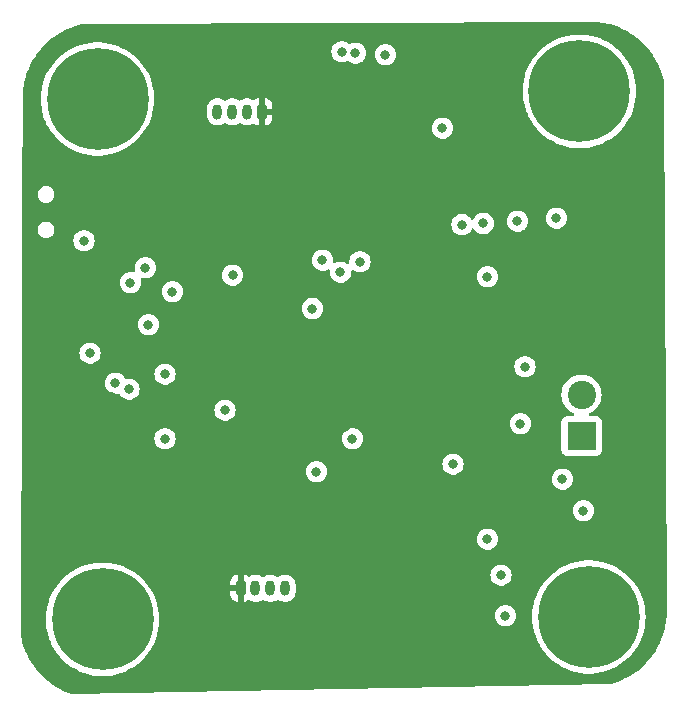
<source format=gbr>
%TF.GenerationSoftware,KiCad,Pcbnew,7.0.2*%
%TF.CreationDate,2023-06-15T10:28:23+05:30*%
%TF.ProjectId,stm32,73746d33-322e-46b6-9963-61645f706362,rev?*%
%TF.SameCoordinates,Original*%
%TF.FileFunction,Copper,L3,Inr*%
%TF.FilePolarity,Positive*%
%FSLAX46Y46*%
G04 Gerber Fmt 4.6, Leading zero omitted, Abs format (unit mm)*
G04 Created by KiCad (PCBNEW 7.0.2) date 2023-06-15 10:28:23*
%MOMM*%
%LPD*%
G01*
G04 APERTURE LIST*
G04 Aperture macros list*
%AMRoundRect*
0 Rectangle with rounded corners*
0 $1 Rounding radius*
0 $2 $3 $4 $5 $6 $7 $8 $9 X,Y pos of 4 corners*
0 Add a 4 corners polygon primitive as box body*
4,1,4,$2,$3,$4,$5,$6,$7,$8,$9,$2,$3,0*
0 Add four circle primitives for the rounded corners*
1,1,$1+$1,$2,$3*
1,1,$1+$1,$4,$5*
1,1,$1+$1,$6,$7*
1,1,$1+$1,$8,$9*
0 Add four rect primitives between the rounded corners*
20,1,$1+$1,$2,$3,$4,$5,0*
20,1,$1+$1,$4,$5,$6,$7,0*
20,1,$1+$1,$6,$7,$8,$9,0*
20,1,$1+$1,$8,$9,$2,$3,0*%
G04 Aperture macros list end*
%TA.AperFunction,ComponentPad*%
%ADD10RoundRect,0.200000X-0.200000X-0.450000X0.200000X-0.450000X0.200000X0.450000X-0.200000X0.450000X0*%
%TD*%
%TA.AperFunction,ComponentPad*%
%ADD11O,0.800000X1.300000*%
%TD*%
%TA.AperFunction,ComponentPad*%
%ADD12R,2.400000X2.400000*%
%TD*%
%TA.AperFunction,ComponentPad*%
%ADD13C,2.400000*%
%TD*%
%TA.AperFunction,ComponentPad*%
%ADD14C,0.900000*%
%TD*%
%TA.AperFunction,ComponentPad*%
%ADD15C,8.600000*%
%TD*%
%TA.AperFunction,ComponentPad*%
%ADD16RoundRect,0.200000X0.200000X0.450000X-0.200000X0.450000X-0.200000X-0.450000X0.200000X-0.450000X0*%
%TD*%
%TA.AperFunction,ViaPad*%
%ADD17C,0.800000*%
%TD*%
G04 APERTURE END LIST*
D10*
%TO.N,+3.3V*%
%TO.C,J3*%
X93657500Y-116682000D03*
D11*
%TO.N,USART3_TX*%
X94907500Y-116682000D03*
%TO.N,USART3_RX*%
X96157500Y-116682000D03*
%TO.N,GND*%
X97407500Y-116682000D03*
%TD*%
D12*
%TO.N,+12V*%
%TO.C,J2*%
X122520000Y-103782000D03*
D13*
%TO.N,GND*%
X122520000Y-100282000D03*
%TD*%
D14*
%TO.N,GND*%
%TO.C,H1*%
X119114581Y-74601581D03*
X120059162Y-72321162D03*
X120059162Y-76882000D03*
X122339581Y-71376581D03*
D15*
X122339581Y-74601581D03*
D14*
X122339581Y-77826581D03*
X124620000Y-72321162D03*
X124620000Y-76882000D03*
X125564581Y-74601581D03*
%TD*%
%TO.N,GND*%
%TO.C,H3*%
X78735600Y-119316800D03*
X79680181Y-117036381D03*
X79680181Y-121597219D03*
X81960600Y-116091800D03*
D15*
X81960600Y-119316800D03*
D14*
X81960600Y-122541800D03*
X84241019Y-117036381D03*
X84241019Y-121597219D03*
X85185600Y-119316800D03*
%TD*%
%TO.N,GND*%
%TO.C,H4*%
X78314581Y-75251581D03*
X79259162Y-72971162D03*
X79259162Y-77532000D03*
X81539581Y-72026581D03*
D15*
X81539581Y-75251581D03*
D14*
X81539581Y-78476581D03*
X83820000Y-72971162D03*
X83820000Y-77532000D03*
X84764581Y-75251581D03*
%TD*%
D16*
%TO.N,+3.3V*%
%TO.C,J4*%
X95445000Y-76332000D03*
D11*
%TO.N,I2C1_SCL*%
X94195000Y-76332000D03*
%TO.N,I2C1_SDA*%
X92945000Y-76332000D03*
%TO.N,GND*%
X91695000Y-76332000D03*
%TD*%
D14*
%TO.N,GND*%
%TO.C,H2*%
X119914581Y-119101581D03*
X120859162Y-116821162D03*
X120859162Y-121382000D03*
X123139581Y-115876581D03*
D15*
X123139581Y-119101581D03*
D14*
X123139581Y-122326581D03*
X125420000Y-116821162D03*
X125420000Y-121382000D03*
X126364581Y-119101581D03*
%TD*%
D17*
%TO.N,+3.3V*%
X110617000Y-72771000D03*
X99187000Y-73787000D03*
X101092000Y-92837000D03*
X104013000Y-109728000D03*
X90678000Y-89408000D03*
%TO.N,GND*%
X114194500Y-85781500D03*
X117094000Y-85598000D03*
X120396000Y-85344000D03*
X102108000Y-89916000D03*
X103759000Y-89027000D03*
X114554000Y-112522000D03*
X116078000Y-118999000D03*
X115697000Y-115570000D03*
X122682000Y-110109000D03*
X117729000Y-97917000D03*
X120904000Y-107442000D03*
X111633000Y-106172000D03*
X117348000Y-102743000D03*
X103124000Y-104013000D03*
X100076000Y-106807000D03*
X87249000Y-104013000D03*
X92329000Y-101600000D03*
X87249000Y-98552000D03*
X83058000Y-99314000D03*
X84201000Y-99822000D03*
X80899000Y-96774000D03*
X85852000Y-94361000D03*
X84328000Y-90805000D03*
X80391000Y-87249000D03*
X87884000Y-91567000D03*
X85598000Y-89535000D03*
X103378000Y-71374000D03*
X102235000Y-71247000D03*
X105918000Y-71501000D03*
X110744000Y-77724000D03*
%TO.N,+3.3V*%
X118745000Y-113030000D03*
X116713000Y-113030000D03*
X112268000Y-118872000D03*
X110490000Y-118745000D03*
X112014000Y-115951000D03*
X110490000Y-115951000D03*
X105029000Y-111125000D03*
X105156000Y-108077000D03*
X103378000Y-108204000D03*
X100838000Y-71247000D03*
X82804000Y-100457000D03*
X103378000Y-111125000D03*
X93726000Y-114554000D03*
X102489000Y-102997000D03*
X93599000Y-105791000D03*
X81026000Y-100457000D03*
X80391000Y-82550000D03*
X90678000Y-89408000D03*
X89662000Y-89408000D03*
%TO.N,+5V*%
X112395000Y-85882500D03*
X114554000Y-90297000D03*
%TO.N,SWDIO*%
X100584000Y-88900000D03*
X99725745Y-93001047D03*
%TO.N,GND*%
X92970500Y-90170000D03*
%TO.N,+3.3V*%
X88011000Y-94615000D03*
X91694000Y-81915000D03*
X96647000Y-81915000D03*
%TD*%
%TA.AperFunction,Conductor*%
%TO.N,+3.3V*%
G36*
X123272630Y-68697308D02*
G01*
X123490925Y-68705696D01*
X123763487Y-68716787D01*
X123772624Y-68717501D01*
X124014687Y-68745515D01*
X124264929Y-68776196D01*
X124273501Y-68777553D01*
X124516942Y-68824884D01*
X124760185Y-68875036D01*
X124768014Y-68876919D01*
X125009007Y-68943316D01*
X125246034Y-69012671D01*
X125253107Y-69014976D01*
X125488287Y-69099668D01*
X125490602Y-69100528D01*
X125719441Y-69188232D01*
X125725825Y-69190888D01*
X125954273Y-69293583D01*
X125956998Y-69294849D01*
X126177497Y-69400634D01*
X126183180Y-69403545D01*
X126403316Y-69523600D01*
X126406459Y-69525375D01*
X126617339Y-69648551D01*
X126622311Y-69651615D01*
X126732134Y-69722956D01*
X126832717Y-69788295D01*
X126836201Y-69790643D01*
X127036216Y-69930431D01*
X127040512Y-69933573D01*
X127167496Y-70030690D01*
X127239839Y-70086017D01*
X127243558Y-70088975D01*
X127358564Y-70184148D01*
X127431547Y-70244544D01*
X127435149Y-70247643D01*
X127589679Y-70385856D01*
X127622204Y-70414946D01*
X127626094Y-70418579D01*
X127800847Y-70588930D01*
X127803805Y-70591913D01*
X127977398Y-70773002D01*
X127981367Y-70777344D01*
X128141796Y-70961436D01*
X128144148Y-70964216D01*
X128303239Y-71157977D01*
X128307196Y-71163060D01*
X128452307Y-71359803D01*
X128454106Y-71362306D01*
X128597693Y-71567467D01*
X128601544Y-71573315D01*
X128730485Y-71781672D01*
X128731790Y-71783829D01*
X128858910Y-71998894D01*
X128862558Y-72005519D01*
X128975012Y-72225354D01*
X128984832Y-72245323D01*
X129085300Y-72449636D01*
X129088640Y-72457031D01*
X129183414Y-72686610D01*
X129275428Y-72916848D01*
X129278365Y-72925014D01*
X129355338Y-73165165D01*
X129428118Y-73397648D01*
X129430548Y-73406564D01*
X129492367Y-73671973D01*
X129538965Y-73874101D01*
X129542133Y-73901420D01*
X129735480Y-118608418D01*
X129735390Y-118613715D01*
X129726572Y-118843223D01*
X129715998Y-119103780D01*
X129715278Y-119113007D01*
X129686243Y-119363905D01*
X129656657Y-119605220D01*
X129655300Y-119613794D01*
X129606883Y-119862826D01*
X129557901Y-120100397D01*
X129556002Y-120108290D01*
X129488448Y-120353486D01*
X129420360Y-120586185D01*
X129418018Y-120593368D01*
X129332128Y-120831873D01*
X129331250Y-120834236D01*
X129244886Y-121059582D01*
X129242196Y-121066048D01*
X129138223Y-121297335D01*
X129136925Y-121300129D01*
X129032594Y-121517598D01*
X129029657Y-121523333D01*
X128908205Y-121746028D01*
X128906414Y-121749199D01*
X128784793Y-121957415D01*
X128781707Y-121962422D01*
X128643536Y-122175124D01*
X128641188Y-122178609D01*
X128503055Y-122376254D01*
X128499913Y-122380550D01*
X128345782Y-122582079D01*
X128342817Y-122585805D01*
X128189139Y-122771508D01*
X128186033Y-122775118D01*
X128016886Y-122964233D01*
X128013253Y-122968124D01*
X127844957Y-123140766D01*
X127841973Y-123143724D01*
X127658844Y-123319269D01*
X127654503Y-123323237D01*
X127472724Y-123481650D01*
X127469943Y-123484003D01*
X127273882Y-123644979D01*
X127268799Y-123648936D01*
X127074708Y-123792088D01*
X127072205Y-123793886D01*
X126864442Y-123939292D01*
X126858594Y-123943144D01*
X126653373Y-124070142D01*
X126651215Y-124071447D01*
X126433004Y-124200423D01*
X126426380Y-124204071D01*
X126210530Y-124314483D01*
X125982280Y-124426719D01*
X125974884Y-124430059D01*
X125750687Y-124522607D01*
X125515097Y-124616759D01*
X125506930Y-124619695D01*
X125275374Y-124693910D01*
X125034339Y-124769365D01*
X125025423Y-124771795D01*
X124895849Y-124801973D01*
X124870018Y-124805184D01*
X79434556Y-125646581D01*
X79397434Y-125641611D01*
X79365807Y-125632356D01*
X79358620Y-125630013D01*
X79120124Y-125544128D01*
X79117761Y-125543250D01*
X78892416Y-125456886D01*
X78885950Y-125454196D01*
X78654663Y-125350223D01*
X78651869Y-125348925D01*
X78434400Y-125244594D01*
X78428665Y-125241657D01*
X78205970Y-125120205D01*
X78202799Y-125118414D01*
X77994583Y-124996793D01*
X77989576Y-124993707D01*
X77776874Y-124855536D01*
X77773389Y-124853188D01*
X77704703Y-124805184D01*
X77575744Y-124715055D01*
X77571448Y-124711913D01*
X77369919Y-124557782D01*
X77366193Y-124554817D01*
X77180490Y-124401139D01*
X77176880Y-124398033D01*
X77118349Y-124345682D01*
X76987742Y-124228864D01*
X76983898Y-124225275D01*
X76811232Y-124056957D01*
X76808274Y-124053973D01*
X76632729Y-123870844D01*
X76628761Y-123866503D01*
X76470348Y-123684724D01*
X76468020Y-123681972D01*
X76336021Y-123521205D01*
X76307019Y-123485882D01*
X76303073Y-123480814D01*
X76159878Y-123286664D01*
X76158112Y-123284205D01*
X76038579Y-123113411D01*
X76012703Y-123076437D01*
X76008854Y-123070594D01*
X75881856Y-122865373D01*
X75880551Y-122863215D01*
X75751561Y-122644979D01*
X75747934Y-122638392D01*
X75637516Y-122422529D01*
X75525279Y-122194280D01*
X75521945Y-122186900D01*
X75429391Y-121962687D01*
X75415635Y-121928266D01*
X75335224Y-121727058D01*
X75332309Y-121718949D01*
X75258116Y-121487460D01*
X75182620Y-121246292D01*
X75180211Y-121237452D01*
X75124167Y-120996824D01*
X75072062Y-120770798D01*
X75068895Y-120742579D01*
X75069326Y-120597838D01*
X75073137Y-119316800D01*
X77155261Y-119316800D01*
X77155386Y-119319583D01*
X77157376Y-119363905D01*
X77174606Y-119747547D01*
X77174976Y-119750285D01*
X77174978Y-119750297D01*
X77218201Y-120069376D01*
X77232485Y-120174826D01*
X77233104Y-120177540D01*
X77233105Y-120177543D01*
X77316306Y-120542072D01*
X77328432Y-120595197D01*
X77329289Y-120597835D01*
X77329290Y-120597838D01*
X77390880Y-120787394D01*
X77461674Y-121005275D01*
X77462771Y-121007843D01*
X77462775Y-121007852D01*
X77560911Y-121237452D01*
X77631139Y-121401758D01*
X77632453Y-121404201D01*
X77632458Y-121404210D01*
X77720899Y-121568560D01*
X77835463Y-121781455D01*
X77836996Y-121783778D01*
X77836997Y-121783779D01*
X78040640Y-122092286D01*
X78072999Y-122141307D01*
X78341836Y-122478419D01*
X78639810Y-122790074D01*
X78641897Y-122791897D01*
X78641904Y-122791904D01*
X78824101Y-122951085D01*
X78964520Y-123073765D01*
X79313353Y-123327207D01*
X79683500Y-123548360D01*
X80071981Y-123735443D01*
X80475669Y-123886949D01*
X80891311Y-124001659D01*
X81315564Y-124078650D01*
X81745009Y-124117300D01*
X81747786Y-124117300D01*
X82173414Y-124117300D01*
X82176191Y-124117300D01*
X82605636Y-124078650D01*
X83029889Y-124001659D01*
X83445531Y-123886949D01*
X83849219Y-123735443D01*
X84237700Y-123548360D01*
X84607847Y-123327207D01*
X84956680Y-123073765D01*
X85281390Y-122790074D01*
X85579364Y-122478419D01*
X85848201Y-122141307D01*
X86085737Y-121781455D01*
X86290061Y-121401758D01*
X86459526Y-121005275D01*
X86592768Y-120595197D01*
X86688715Y-120174826D01*
X86746594Y-119747547D01*
X86765939Y-119316800D01*
X86751666Y-118998999D01*
X115172540Y-118998999D01*
X115192326Y-119187257D01*
X115250820Y-119367284D01*
X115345466Y-119531216D01*
X115472129Y-119671889D01*
X115625269Y-119783151D01*
X115798197Y-119860144D01*
X115983352Y-119899500D01*
X115983354Y-119899500D01*
X116172648Y-119899500D01*
X116296083Y-119873262D01*
X116357803Y-119860144D01*
X116530730Y-119783151D01*
X116683871Y-119671888D01*
X116810533Y-119531216D01*
X116905179Y-119367284D01*
X116963674Y-119187256D01*
X116972679Y-119101581D01*
X118334242Y-119101581D01*
X118334366Y-119104342D01*
X118334366Y-119104364D01*
X118353462Y-119529550D01*
X118353587Y-119532328D01*
X118353957Y-119535066D01*
X118353959Y-119535078D01*
X118382364Y-119744769D01*
X118411466Y-119959607D01*
X118412085Y-119962321D01*
X118412086Y-119962324D01*
X118461208Y-120177543D01*
X118507413Y-120379978D01*
X118508270Y-120382616D01*
X118508271Y-120382619D01*
X118629940Y-120757079D01*
X118640655Y-120790056D01*
X118810120Y-121186539D01*
X118811434Y-121188982D01*
X118811439Y-121188991D01*
X118988271Y-121517598D01*
X119014444Y-121566236D01*
X119015977Y-121568559D01*
X119015978Y-121568560D01*
X119156508Y-121781455D01*
X119251980Y-121926088D01*
X119520817Y-122263200D01*
X119818791Y-122574855D01*
X119820878Y-122576678D01*
X119820885Y-122576685D01*
X119899083Y-122645004D01*
X120143501Y-122858546D01*
X120492334Y-123111988D01*
X120862481Y-123333141D01*
X121250962Y-123520224D01*
X121654650Y-123671730D01*
X122070292Y-123786440D01*
X122494545Y-123863431D01*
X122923990Y-123902081D01*
X122926767Y-123902081D01*
X123352395Y-123902081D01*
X123355172Y-123902081D01*
X123784617Y-123863431D01*
X124208870Y-123786440D01*
X124624512Y-123671730D01*
X125028200Y-123520224D01*
X125416681Y-123333141D01*
X125786828Y-123111988D01*
X126135661Y-122858546D01*
X126460371Y-122574855D01*
X126758345Y-122263200D01*
X127027182Y-121926088D01*
X127264718Y-121566236D01*
X127469042Y-121186539D01*
X127638507Y-120790056D01*
X127771749Y-120379978D01*
X127867696Y-119959607D01*
X127925575Y-119532328D01*
X127944920Y-119101581D01*
X127925575Y-118670834D01*
X127867696Y-118243555D01*
X127771749Y-117823184D01*
X127638507Y-117413106D01*
X127469042Y-117016623D01*
X127264718Y-116636926D01*
X127027182Y-116277074D01*
X126758345Y-115939962D01*
X126460371Y-115628307D01*
X126458283Y-115626483D01*
X126458276Y-115626476D01*
X126137753Y-115346444D01*
X126135661Y-115344616D01*
X125786828Y-115091174D01*
X125463773Y-114898157D01*
X125419055Y-114871439D01*
X125419048Y-114871435D01*
X125416681Y-114870021D01*
X125414192Y-114868822D01*
X125414184Y-114868818D01*
X125082017Y-114708855D01*
X125028200Y-114682938D01*
X125025596Y-114681960D01*
X125025585Y-114681956D01*
X124627122Y-114532411D01*
X124627111Y-114532407D01*
X124624512Y-114531432D01*
X124621827Y-114530691D01*
X124621824Y-114530690D01*
X124211559Y-114417464D01*
X124211556Y-114417463D01*
X124208870Y-114416722D01*
X124206138Y-114416226D01*
X124206124Y-114416223D01*
X123787357Y-114340228D01*
X123787351Y-114340227D01*
X123784617Y-114339731D01*
X123781865Y-114339483D01*
X123781848Y-114339481D01*
X123357935Y-114301329D01*
X123357920Y-114301328D01*
X123355172Y-114301081D01*
X122923990Y-114301081D01*
X122921242Y-114301328D01*
X122921226Y-114301329D01*
X122497313Y-114339481D01*
X122497293Y-114339483D01*
X122494545Y-114339731D01*
X122491813Y-114340226D01*
X122491804Y-114340228D01*
X122073037Y-114416223D01*
X122073018Y-114416227D01*
X122070292Y-114416722D01*
X122067610Y-114417462D01*
X122067602Y-114417464D01*
X121657337Y-114530690D01*
X121657328Y-114530692D01*
X121654650Y-114531432D01*
X121652057Y-114532405D01*
X121652039Y-114532411D01*
X121253576Y-114681956D01*
X121253557Y-114681963D01*
X121250962Y-114682938D01*
X121248452Y-114684146D01*
X121248449Y-114684148D01*
X120864977Y-114868818D01*
X120864959Y-114868827D01*
X120862481Y-114870021D01*
X120860122Y-114871429D01*
X120860106Y-114871439D01*
X120499892Y-115086658D01*
X120492334Y-115091174D01*
X120490089Y-115092804D01*
X120490080Y-115092811D01*
X120145750Y-115342981D01*
X120145735Y-115342992D01*
X120143501Y-115344616D01*
X120141415Y-115346437D01*
X120141408Y-115346444D01*
X119820885Y-115626476D01*
X119820866Y-115626493D01*
X119818791Y-115628307D01*
X119816871Y-115630314D01*
X119816868Y-115630318D01*
X119522736Y-115937954D01*
X119522726Y-115937964D01*
X119520817Y-115939962D01*
X119519098Y-115942117D01*
X119519088Y-115942129D01*
X119253717Y-116274895D01*
X119253709Y-116274904D01*
X119251980Y-116277074D01*
X119250453Y-116279386D01*
X119250443Y-116279401D01*
X119015978Y-116634601D01*
X119015971Y-116634612D01*
X119014444Y-116636926D01*
X119013132Y-116639362D01*
X119013126Y-116639374D01*
X118811439Y-117014170D01*
X118811430Y-117014187D01*
X118810120Y-117016623D01*
X118809025Y-117019183D01*
X118809022Y-117019191D01*
X118641756Y-117410528D01*
X118641749Y-117410545D01*
X118640655Y-117413106D01*
X118639792Y-117415759D01*
X118639790Y-117415767D01*
X118517174Y-117793144D01*
X118507413Y-117823184D01*
X118506797Y-117825882D01*
X118506795Y-117825890D01*
X118457673Y-118041109D01*
X118411466Y-118243555D01*
X118411093Y-118246308D01*
X118411092Y-118246314D01*
X118353959Y-118668083D01*
X118353957Y-118668097D01*
X118353587Y-118670834D01*
X118353462Y-118673604D01*
X118353462Y-118673611D01*
X118334366Y-119098797D01*
X118334366Y-119098819D01*
X118334242Y-119101581D01*
X116972679Y-119101581D01*
X116983460Y-118999000D01*
X116963674Y-118810744D01*
X116918214Y-118670834D01*
X116905179Y-118630715D01*
X116810533Y-118466783D01*
X116683870Y-118326110D01*
X116530730Y-118214848D01*
X116357802Y-118137855D01*
X116172648Y-118098500D01*
X116172646Y-118098500D01*
X115983354Y-118098500D01*
X115983352Y-118098500D01*
X115798197Y-118137855D01*
X115625269Y-118214848D01*
X115472129Y-118326110D01*
X115345466Y-118466783D01*
X115250820Y-118630715D01*
X115192326Y-118810742D01*
X115172540Y-118998999D01*
X86751666Y-118998999D01*
X86746594Y-118886053D01*
X86688715Y-118458774D01*
X86592768Y-118038403D01*
X86459526Y-117628325D01*
X86290061Y-117231842D01*
X86128709Y-116932000D01*
X92757501Y-116932000D01*
X92757501Y-117185753D01*
X92757756Y-117191389D01*
X92763908Y-117259104D01*
X92814481Y-117421397D01*
X92902425Y-117566875D01*
X93022624Y-117687074D01*
X93168103Y-117775019D01*
X93330393Y-117825590D01*
X93398120Y-117831745D01*
X93403738Y-117831999D01*
X93407499Y-117831998D01*
X93407500Y-117831998D01*
X93407500Y-116932000D01*
X92757501Y-116932000D01*
X86128709Y-116932000D01*
X86085737Y-116852145D01*
X85973425Y-116682000D01*
X93402602Y-116682000D01*
X93422005Y-116779545D01*
X93477260Y-116862240D01*
X93559955Y-116917495D01*
X93632876Y-116932000D01*
X93682124Y-116932000D01*
X93755045Y-116917495D01*
X93837740Y-116862240D01*
X93892995Y-116779545D01*
X93907500Y-116706623D01*
X93907500Y-117831999D01*
X93911253Y-117831999D01*
X93916889Y-117831743D01*
X93984604Y-117825591D01*
X94146897Y-117775018D01*
X94288728Y-117689278D01*
X94356282Y-117671442D01*
X94422756Y-117692959D01*
X94425764Y-117695077D01*
X94454770Y-117716151D01*
X94454771Y-117716151D01*
X94454772Y-117716152D01*
X94627697Y-117793144D01*
X94812852Y-117832500D01*
X94812854Y-117832500D01*
X95002148Y-117832500D01*
X95125583Y-117806262D01*
X95187303Y-117793144D01*
X95360230Y-117716151D01*
X95459615Y-117643943D01*
X95525421Y-117620464D01*
X95593474Y-117636289D01*
X95605378Y-117643939D01*
X95704770Y-117716151D01*
X95704771Y-117716151D01*
X95704772Y-117716152D01*
X95877697Y-117793144D01*
X96062852Y-117832500D01*
X96062854Y-117832500D01*
X96252148Y-117832500D01*
X96375584Y-117806262D01*
X96437303Y-117793144D01*
X96506693Y-117762248D01*
X96610227Y-117716153D01*
X96610230Y-117716151D01*
X96709616Y-117643942D01*
X96775419Y-117620464D01*
X96843473Y-117636289D01*
X96855384Y-117643944D01*
X96954769Y-117716151D01*
X97127697Y-117793144D01*
X97312852Y-117832500D01*
X97312854Y-117832500D01*
X97502148Y-117832500D01*
X97625584Y-117806262D01*
X97687303Y-117793144D01*
X97860230Y-117716151D01*
X97984661Y-117625747D01*
X98013370Y-117604889D01*
X98140033Y-117464216D01*
X98234679Y-117300284D01*
X98270061Y-117191389D01*
X98293174Y-117120256D01*
X98308000Y-116979192D01*
X98308000Y-116384808D01*
X98293174Y-116243744D01*
X98248058Y-116104893D01*
X98234679Y-116063715D01*
X98140033Y-115899783D01*
X98013370Y-115759110D01*
X97860230Y-115647848D01*
X97687302Y-115570855D01*
X97683279Y-115570000D01*
X114791540Y-115570000D01*
X114811326Y-115758257D01*
X114869820Y-115938284D01*
X114964466Y-116102216D01*
X115091129Y-116242889D01*
X115244269Y-116354151D01*
X115417197Y-116431144D01*
X115602352Y-116470500D01*
X115602354Y-116470500D01*
X115791648Y-116470500D01*
X115915084Y-116444262D01*
X115976803Y-116431144D01*
X116149730Y-116354151D01*
X116302871Y-116242888D01*
X116429533Y-116102216D01*
X116524179Y-115938284D01*
X116582674Y-115758256D01*
X116602460Y-115570000D01*
X116582674Y-115381744D01*
X116524179Y-115201716D01*
X116524179Y-115201715D01*
X116429533Y-115037783D01*
X116302870Y-114897110D01*
X116149730Y-114785848D01*
X115976802Y-114708855D01*
X115791648Y-114669500D01*
X115791646Y-114669500D01*
X115602354Y-114669500D01*
X115602352Y-114669500D01*
X115417197Y-114708855D01*
X115244269Y-114785848D01*
X115091129Y-114897110D01*
X114964466Y-115037783D01*
X114869820Y-115201715D01*
X114811326Y-115381742D01*
X114791540Y-115570000D01*
X97683279Y-115570000D01*
X97502148Y-115531500D01*
X97502146Y-115531500D01*
X97312854Y-115531500D01*
X97312852Y-115531500D01*
X97127697Y-115570855D01*
X96954769Y-115647848D01*
X96855385Y-115720055D01*
X96789579Y-115743535D01*
X96721525Y-115727709D01*
X96709615Y-115720055D01*
X96610230Y-115647848D01*
X96437302Y-115570855D01*
X96252148Y-115531500D01*
X96252146Y-115531500D01*
X96062854Y-115531500D01*
X96062852Y-115531500D01*
X95877697Y-115570855D01*
X95704769Y-115647848D01*
X95605385Y-115720055D01*
X95539579Y-115743535D01*
X95471525Y-115727709D01*
X95459615Y-115720055D01*
X95360230Y-115647848D01*
X95187302Y-115570855D01*
X95002148Y-115531500D01*
X95002146Y-115531500D01*
X94812854Y-115531500D01*
X94812852Y-115531500D01*
X94627697Y-115570855D01*
X94454771Y-115647847D01*
X94425761Y-115668924D01*
X94359954Y-115692402D01*
X94291900Y-115676575D01*
X94288728Y-115674721D01*
X94146896Y-115588980D01*
X93984606Y-115538409D01*
X93916884Y-115532255D01*
X93911256Y-115532000D01*
X93907500Y-115532000D01*
X93907500Y-116657376D01*
X93892995Y-116584455D01*
X93837740Y-116501760D01*
X93755045Y-116446505D01*
X93682124Y-116432000D01*
X93632876Y-116432000D01*
X93559955Y-116446505D01*
X93477260Y-116501760D01*
X93422005Y-116584455D01*
X93402602Y-116682000D01*
X85973425Y-116682000D01*
X85848201Y-116492293D01*
X85800119Y-116432000D01*
X92757500Y-116432000D01*
X93407500Y-116432000D01*
X93407500Y-115532000D01*
X93407499Y-115531999D01*
X93403728Y-115532000D01*
X93398128Y-115532255D01*
X93330395Y-115538408D01*
X93168102Y-115588981D01*
X93022624Y-115676925D01*
X92902425Y-115797124D01*
X92814480Y-115942603D01*
X92763909Y-116104893D01*
X92757755Y-116172615D01*
X92757500Y-116178244D01*
X92757500Y-116432000D01*
X85800119Y-116432000D01*
X85579364Y-116155181D01*
X85281390Y-115843526D01*
X85279302Y-115841702D01*
X85279295Y-115841695D01*
X84990039Y-115588980D01*
X84956680Y-115559835D01*
X84927188Y-115538408D01*
X84610100Y-115308030D01*
X84610101Y-115308030D01*
X84607847Y-115306393D01*
X84247632Y-115091174D01*
X84240074Y-115086658D01*
X84240067Y-115086654D01*
X84237700Y-115085240D01*
X84235211Y-115084041D01*
X84235203Y-115084037D01*
X83989013Y-114965478D01*
X83849219Y-114898157D01*
X83846615Y-114897179D01*
X83846604Y-114897175D01*
X83448141Y-114747630D01*
X83448130Y-114747626D01*
X83445531Y-114746651D01*
X83442846Y-114745910D01*
X83442843Y-114745909D01*
X83032578Y-114632683D01*
X83032575Y-114632682D01*
X83029889Y-114631941D01*
X83027157Y-114631445D01*
X83027143Y-114631442D01*
X82608376Y-114555447D01*
X82608370Y-114555446D01*
X82605636Y-114554950D01*
X82602884Y-114554702D01*
X82602867Y-114554700D01*
X82178954Y-114516548D01*
X82178939Y-114516547D01*
X82176191Y-114516300D01*
X81745009Y-114516300D01*
X81742261Y-114516547D01*
X81742245Y-114516548D01*
X81318332Y-114554700D01*
X81318312Y-114554702D01*
X81315564Y-114554950D01*
X81312832Y-114555445D01*
X81312823Y-114555447D01*
X80894056Y-114631442D01*
X80894037Y-114631446D01*
X80891311Y-114631941D01*
X80888629Y-114632681D01*
X80888621Y-114632683D01*
X80478356Y-114745909D01*
X80478347Y-114745911D01*
X80475669Y-114746651D01*
X80473076Y-114747624D01*
X80473058Y-114747630D01*
X80074595Y-114897175D01*
X80074576Y-114897182D01*
X80071981Y-114898157D01*
X80069471Y-114899365D01*
X80069468Y-114899367D01*
X79685996Y-115084037D01*
X79685978Y-115084046D01*
X79683500Y-115085240D01*
X79681141Y-115086648D01*
X79681125Y-115086658D01*
X79315736Y-115304969D01*
X79313353Y-115306393D01*
X79311108Y-115308023D01*
X79311099Y-115308030D01*
X78966769Y-115558200D01*
X78966754Y-115558211D01*
X78964520Y-115559835D01*
X78962434Y-115561656D01*
X78962427Y-115561663D01*
X78641904Y-115841695D01*
X78641885Y-115841712D01*
X78639810Y-115843526D01*
X78637890Y-115845533D01*
X78637887Y-115845537D01*
X78343755Y-116153173D01*
X78343745Y-116153183D01*
X78341836Y-116155181D01*
X78340117Y-116157336D01*
X78340107Y-116157348D01*
X78074736Y-116490114D01*
X78074728Y-116490123D01*
X78072999Y-116492293D01*
X78071472Y-116494605D01*
X78071462Y-116494620D01*
X77836997Y-116849820D01*
X77836990Y-116849831D01*
X77835463Y-116852145D01*
X77834151Y-116854581D01*
X77834145Y-116854593D01*
X77632458Y-117229389D01*
X77632449Y-117229406D01*
X77631139Y-117231842D01*
X77630044Y-117234402D01*
X77630041Y-117234410D01*
X77462775Y-117625747D01*
X77462768Y-117625764D01*
X77461674Y-117628325D01*
X77460811Y-117630978D01*
X77460809Y-117630986D01*
X77395334Y-117832500D01*
X77328432Y-118038403D01*
X77327816Y-118041101D01*
X77327814Y-118041109D01*
X77262764Y-118326112D01*
X77232485Y-118458774D01*
X77232112Y-118461527D01*
X77232111Y-118461533D01*
X77174978Y-118883302D01*
X77174976Y-118883316D01*
X77174606Y-118886053D01*
X77174481Y-118888823D01*
X77174481Y-118888830D01*
X77164413Y-119113007D01*
X77155261Y-119316800D01*
X75073137Y-119316800D01*
X75093348Y-112522000D01*
X113648540Y-112522000D01*
X113668326Y-112710257D01*
X113726820Y-112890284D01*
X113821466Y-113054216D01*
X113948129Y-113194889D01*
X114101269Y-113306151D01*
X114274197Y-113383144D01*
X114459352Y-113422500D01*
X114459354Y-113422500D01*
X114648648Y-113422500D01*
X114772083Y-113396262D01*
X114833803Y-113383144D01*
X115006730Y-113306151D01*
X115159871Y-113194888D01*
X115286533Y-113054216D01*
X115381179Y-112890284D01*
X115439674Y-112710256D01*
X115459460Y-112522000D01*
X115439674Y-112333744D01*
X115381179Y-112153716D01*
X115381179Y-112153715D01*
X115286533Y-111989783D01*
X115159870Y-111849110D01*
X115006730Y-111737848D01*
X114833802Y-111660855D01*
X114648648Y-111621500D01*
X114648646Y-111621500D01*
X114459354Y-111621500D01*
X114459352Y-111621500D01*
X114274197Y-111660855D01*
X114101269Y-111737848D01*
X113948129Y-111849110D01*
X113821466Y-111989783D01*
X113726820Y-112153715D01*
X113668326Y-112333742D01*
X113648540Y-112522000D01*
X75093348Y-112522000D01*
X75100526Y-110109000D01*
X121776540Y-110109000D01*
X121796326Y-110297257D01*
X121854820Y-110477284D01*
X121949466Y-110641216D01*
X122076129Y-110781889D01*
X122229269Y-110893151D01*
X122402197Y-110970144D01*
X122587352Y-111009500D01*
X122587354Y-111009500D01*
X122776648Y-111009500D01*
X122900083Y-110983262D01*
X122961803Y-110970144D01*
X123134730Y-110893151D01*
X123287871Y-110781888D01*
X123414533Y-110641216D01*
X123509179Y-110477284D01*
X123567674Y-110297256D01*
X123587460Y-110109000D01*
X123567674Y-109920744D01*
X123509179Y-109740716D01*
X123509179Y-109740715D01*
X123414533Y-109576783D01*
X123287870Y-109436110D01*
X123134730Y-109324848D01*
X122961802Y-109247855D01*
X122776648Y-109208500D01*
X122776646Y-109208500D01*
X122587354Y-109208500D01*
X122587352Y-109208500D01*
X122402197Y-109247855D01*
X122229269Y-109324848D01*
X122076129Y-109436110D01*
X121949466Y-109576783D01*
X121854820Y-109740715D01*
X121796326Y-109920742D01*
X121776540Y-110109000D01*
X75100526Y-110109000D01*
X75110348Y-106806999D01*
X99170540Y-106806999D01*
X99190326Y-106995257D01*
X99248820Y-107175284D01*
X99343466Y-107339216D01*
X99470129Y-107479889D01*
X99623269Y-107591151D01*
X99796197Y-107668144D01*
X99981352Y-107707500D01*
X99981354Y-107707500D01*
X100170648Y-107707500D01*
X100294084Y-107681262D01*
X100355803Y-107668144D01*
X100528730Y-107591151D01*
X100681871Y-107479888D01*
X100715987Y-107441999D01*
X119998540Y-107441999D01*
X120018326Y-107630257D01*
X120076820Y-107810284D01*
X120171466Y-107974216D01*
X120298129Y-108114889D01*
X120451269Y-108226151D01*
X120624197Y-108303144D01*
X120809352Y-108342500D01*
X120809354Y-108342500D01*
X120998648Y-108342500D01*
X121122083Y-108316262D01*
X121183803Y-108303144D01*
X121356730Y-108226151D01*
X121509871Y-108114888D01*
X121636533Y-107974216D01*
X121731179Y-107810284D01*
X121789674Y-107630256D01*
X121809460Y-107442000D01*
X121789674Y-107253744D01*
X121731179Y-107073716D01*
X121731179Y-107073715D01*
X121636533Y-106909783D01*
X121509870Y-106769110D01*
X121356730Y-106657848D01*
X121183802Y-106580855D01*
X120998648Y-106541500D01*
X120998646Y-106541500D01*
X120809354Y-106541500D01*
X120809352Y-106541500D01*
X120624197Y-106580855D01*
X120451269Y-106657848D01*
X120298129Y-106769110D01*
X120171466Y-106909783D01*
X120076820Y-107073715D01*
X120018326Y-107253742D01*
X119998540Y-107441999D01*
X100715987Y-107441999D01*
X100808533Y-107339216D01*
X100903179Y-107175284D01*
X100961674Y-106995256D01*
X100981460Y-106807000D01*
X100961674Y-106618744D01*
X100903179Y-106438716D01*
X100903179Y-106438715D01*
X100808533Y-106274783D01*
X100715986Y-106172000D01*
X110727540Y-106172000D01*
X110747326Y-106360257D01*
X110805820Y-106540284D01*
X110900466Y-106704216D01*
X111027129Y-106844889D01*
X111180269Y-106956151D01*
X111353197Y-107033144D01*
X111538352Y-107072500D01*
X111538354Y-107072500D01*
X111727648Y-107072500D01*
X111851084Y-107046262D01*
X111912803Y-107033144D01*
X112085730Y-106956151D01*
X112238871Y-106844888D01*
X112365533Y-106704216D01*
X112460179Y-106540284D01*
X112518674Y-106360256D01*
X112538460Y-106172000D01*
X112518674Y-105983744D01*
X112460179Y-105803716D01*
X112460179Y-105803715D01*
X112365533Y-105639783D01*
X112238870Y-105499110D01*
X112085730Y-105387848D01*
X111912802Y-105310855D01*
X111727648Y-105271500D01*
X111727646Y-105271500D01*
X111538354Y-105271500D01*
X111538352Y-105271500D01*
X111353197Y-105310855D01*
X111180269Y-105387848D01*
X111027129Y-105499110D01*
X110900466Y-105639783D01*
X110805820Y-105803715D01*
X110747326Y-105983742D01*
X110727540Y-106172000D01*
X100715986Y-106172000D01*
X100681870Y-106134110D01*
X100528730Y-106022848D01*
X100355802Y-105945855D01*
X100170648Y-105906500D01*
X100170646Y-105906500D01*
X99981354Y-105906500D01*
X99981352Y-105906500D01*
X99796197Y-105945855D01*
X99623269Y-106022848D01*
X99470129Y-106134110D01*
X99343466Y-106274783D01*
X99248820Y-106438715D01*
X99190326Y-106618742D01*
X99170540Y-106806999D01*
X75110348Y-106806999D01*
X75118659Y-104013000D01*
X86343540Y-104013000D01*
X86363326Y-104201257D01*
X86421820Y-104381284D01*
X86516466Y-104545216D01*
X86643129Y-104685889D01*
X86796269Y-104797151D01*
X86969197Y-104874144D01*
X87154352Y-104913500D01*
X87154354Y-104913500D01*
X87343648Y-104913500D01*
X87467084Y-104887262D01*
X87528803Y-104874144D01*
X87701730Y-104797151D01*
X87854871Y-104685888D01*
X87981533Y-104545216D01*
X88076179Y-104381284D01*
X88134674Y-104201256D01*
X88154460Y-104013000D01*
X88154460Y-104012999D01*
X102218540Y-104012999D01*
X102238326Y-104201257D01*
X102296820Y-104381284D01*
X102391466Y-104545216D01*
X102518129Y-104685889D01*
X102671269Y-104797151D01*
X102844197Y-104874144D01*
X103029352Y-104913500D01*
X103029354Y-104913500D01*
X103218648Y-104913500D01*
X103342084Y-104887262D01*
X103403803Y-104874144D01*
X103576730Y-104797151D01*
X103729871Y-104685888D01*
X103856533Y-104545216D01*
X103951179Y-104381284D01*
X104009674Y-104201256D01*
X104029460Y-104013000D01*
X104009674Y-103824744D01*
X103951179Y-103644716D01*
X103951179Y-103644715D01*
X103856533Y-103480783D01*
X103729870Y-103340110D01*
X103576730Y-103228848D01*
X103403802Y-103151855D01*
X103218648Y-103112500D01*
X103218646Y-103112500D01*
X103029354Y-103112500D01*
X103029352Y-103112500D01*
X102844197Y-103151855D01*
X102671269Y-103228848D01*
X102518129Y-103340110D01*
X102391466Y-103480783D01*
X102296820Y-103644715D01*
X102238326Y-103824742D01*
X102218540Y-104012999D01*
X88154460Y-104012999D01*
X88134674Y-103824744D01*
X88076179Y-103644716D01*
X88076179Y-103644715D01*
X87981533Y-103480783D01*
X87854870Y-103340110D01*
X87701730Y-103228848D01*
X87528802Y-103151855D01*
X87343648Y-103112500D01*
X87343646Y-103112500D01*
X87154354Y-103112500D01*
X87154352Y-103112500D01*
X86969197Y-103151855D01*
X86796269Y-103228848D01*
X86643129Y-103340110D01*
X86516466Y-103480783D01*
X86421820Y-103644715D01*
X86363326Y-103824742D01*
X86343540Y-104013000D01*
X75118659Y-104013000D01*
X75122437Y-102742999D01*
X116442540Y-102742999D01*
X116462326Y-102931257D01*
X116520820Y-103111284D01*
X116615466Y-103275216D01*
X116742129Y-103415889D01*
X116895269Y-103527151D01*
X117068197Y-103604144D01*
X117253352Y-103643500D01*
X117253354Y-103643500D01*
X117442648Y-103643500D01*
X117566083Y-103617262D01*
X117627803Y-103604144D01*
X117800730Y-103527151D01*
X117953871Y-103415888D01*
X118080533Y-103275216D01*
X118175179Y-103111284D01*
X118233674Y-102931256D01*
X118253460Y-102743000D01*
X118233674Y-102554744D01*
X118175179Y-102374716D01*
X118175179Y-102374715D01*
X118080533Y-102210783D01*
X117953870Y-102070110D01*
X117800730Y-101958848D01*
X117627802Y-101881855D01*
X117442648Y-101842500D01*
X117442646Y-101842500D01*
X117253354Y-101842500D01*
X117253352Y-101842500D01*
X117068197Y-101881855D01*
X116895269Y-101958848D01*
X116742129Y-102070110D01*
X116615466Y-102210783D01*
X116520820Y-102374715D01*
X116462326Y-102554742D01*
X116442540Y-102742999D01*
X75122437Y-102742999D01*
X75125837Y-101600000D01*
X91423540Y-101600000D01*
X91443326Y-101788257D01*
X91501820Y-101968284D01*
X91596466Y-102132216D01*
X91723129Y-102272889D01*
X91876269Y-102384151D01*
X92049197Y-102461144D01*
X92234352Y-102500500D01*
X92234354Y-102500500D01*
X92423648Y-102500500D01*
X92547084Y-102474262D01*
X92608803Y-102461144D01*
X92781730Y-102384151D01*
X92794718Y-102374715D01*
X92934870Y-102272889D01*
X93061533Y-102132216D01*
X93156179Y-101968284D01*
X93165417Y-101939853D01*
X93214674Y-101788256D01*
X93234460Y-101600000D01*
X93214674Y-101411744D01*
X93184332Y-101318363D01*
X93156179Y-101231715D01*
X93061533Y-101067783D01*
X92934870Y-100927110D01*
X92781730Y-100815848D01*
X92608802Y-100738855D01*
X92423648Y-100699500D01*
X92423646Y-100699500D01*
X92234354Y-100699500D01*
X92234352Y-100699500D01*
X92049197Y-100738855D01*
X91876269Y-100815848D01*
X91723129Y-100927110D01*
X91596466Y-101067783D01*
X91501820Y-101231715D01*
X91443326Y-101411742D01*
X91423540Y-101600000D01*
X75125837Y-101600000D01*
X75132637Y-99314000D01*
X82152540Y-99314000D01*
X82172326Y-99502257D01*
X82230820Y-99682284D01*
X82325466Y-99846216D01*
X82452129Y-99986889D01*
X82605269Y-100098151D01*
X82778197Y-100175144D01*
X82963352Y-100214500D01*
X82963354Y-100214500D01*
X83152646Y-100214500D01*
X83273978Y-100188710D01*
X83343641Y-100194025D01*
X83399375Y-100236162D01*
X83407143Y-100248000D01*
X83468466Y-100354216D01*
X83595129Y-100494889D01*
X83748269Y-100606151D01*
X83921197Y-100683144D01*
X84106352Y-100722500D01*
X84106354Y-100722500D01*
X84295648Y-100722500D01*
X84419083Y-100696262D01*
X84480803Y-100683144D01*
X84653730Y-100606151D01*
X84806871Y-100494888D01*
X84933533Y-100354216D01*
X84975227Y-100281999D01*
X120814731Y-100281999D01*
X120833777Y-100536154D01*
X120890492Y-100784637D01*
X120983608Y-101021891D01*
X121104750Y-101231715D01*
X121111041Y-101242612D01*
X121269950Y-101441877D01*
X121456783Y-101615232D01*
X121667366Y-101758805D01*
X121847972Y-101845780D01*
X121899832Y-101892602D01*
X121918145Y-101960029D01*
X121897097Y-102026653D01*
X121843371Y-102071322D01*
X121794171Y-102081500D01*
X121275439Y-102081500D01*
X121275420Y-102081500D01*
X121272128Y-102081501D01*
X121268848Y-102081853D01*
X121268840Y-102081854D01*
X121212515Y-102087909D01*
X121077669Y-102138204D01*
X120962454Y-102224454D01*
X120876204Y-102339668D01*
X120825910Y-102474515D01*
X120825909Y-102474517D01*
X120819500Y-102534127D01*
X120819500Y-102537448D01*
X120819500Y-102537449D01*
X120819500Y-105026560D01*
X120819500Y-105026578D01*
X120819501Y-105029872D01*
X120825909Y-105089483D01*
X120876204Y-105224331D01*
X120962454Y-105339546D01*
X121077669Y-105425796D01*
X121212517Y-105476091D01*
X121272127Y-105482500D01*
X123767872Y-105482499D01*
X123827483Y-105476091D01*
X123962331Y-105425796D01*
X124077546Y-105339546D01*
X124163796Y-105224331D01*
X124214091Y-105089483D01*
X124220500Y-105029873D01*
X124220499Y-102534128D01*
X124214091Y-102474517D01*
X124163796Y-102339669D01*
X124077546Y-102224454D01*
X123962331Y-102138204D01*
X123827483Y-102087909D01*
X123767873Y-102081500D01*
X123764551Y-102081500D01*
X123245829Y-102081500D01*
X123178790Y-102061815D01*
X123133035Y-102009011D01*
X123123091Y-101939853D01*
X123152116Y-101876297D01*
X123192027Y-101845780D01*
X123372634Y-101758805D01*
X123583217Y-101615232D01*
X123770050Y-101441877D01*
X123928959Y-101242612D01*
X124056393Y-101021888D01*
X124149508Y-100784637D01*
X124206222Y-100536157D01*
X124225268Y-100282000D01*
X124206222Y-100027843D01*
X124149508Y-99779363D01*
X124056393Y-99542112D01*
X124033382Y-99502256D01*
X123928961Y-99321392D01*
X123928959Y-99321388D01*
X123770050Y-99122123D01*
X123583217Y-98948768D01*
X123372634Y-98805195D01*
X123143004Y-98694611D01*
X122899458Y-98619487D01*
X122647435Y-98581500D01*
X122392565Y-98581500D01*
X122140542Y-98619487D01*
X121896996Y-98694611D01*
X121715982Y-98781783D01*
X121667366Y-98805195D01*
X121649318Y-98817500D01*
X121456781Y-98948769D01*
X121360777Y-99037848D01*
X121269950Y-99122123D01*
X121136245Y-99289784D01*
X121111038Y-99321392D01*
X120983608Y-99542108D01*
X120890492Y-99779362D01*
X120833777Y-100027845D01*
X120814731Y-100281999D01*
X84975227Y-100281999D01*
X85028179Y-100190284D01*
X85086674Y-100010256D01*
X85106460Y-99822000D01*
X85086674Y-99633744D01*
X85028179Y-99453716D01*
X85028179Y-99453715D01*
X84933533Y-99289783D01*
X84806870Y-99149110D01*
X84653730Y-99037848D01*
X84480802Y-98960855D01*
X84295648Y-98921500D01*
X84295646Y-98921500D01*
X84106354Y-98921500D01*
X84049398Y-98933606D01*
X83985023Y-98947289D01*
X83915356Y-98941972D01*
X83859623Y-98899834D01*
X83851856Y-98887998D01*
X83790533Y-98781783D01*
X83663870Y-98641110D01*
X83541220Y-98552000D01*
X86343540Y-98552000D01*
X86363326Y-98740257D01*
X86421820Y-98920284D01*
X86516466Y-99084216D01*
X86643129Y-99224889D01*
X86796269Y-99336151D01*
X86969197Y-99413144D01*
X87154352Y-99452500D01*
X87154354Y-99452500D01*
X87343648Y-99452500D01*
X87467084Y-99426262D01*
X87528803Y-99413144D01*
X87701730Y-99336151D01*
X87854871Y-99224888D01*
X87981533Y-99084216D01*
X88076179Y-98920284D01*
X88134674Y-98740256D01*
X88154460Y-98552000D01*
X88134674Y-98363744D01*
X88076179Y-98183716D01*
X88076179Y-98183715D01*
X87981533Y-98019783D01*
X87888986Y-97916999D01*
X116823540Y-97916999D01*
X116843326Y-98105257D01*
X116901820Y-98285284D01*
X116996466Y-98449216D01*
X117123129Y-98589889D01*
X117276269Y-98701151D01*
X117449197Y-98778144D01*
X117634352Y-98817500D01*
X117634354Y-98817500D01*
X117823648Y-98817500D01*
X117947084Y-98791262D01*
X118008803Y-98778144D01*
X118181730Y-98701151D01*
X118264370Y-98641110D01*
X118334870Y-98589889D01*
X118388931Y-98529849D01*
X118461533Y-98449216D01*
X118556179Y-98285284D01*
X118614674Y-98105256D01*
X118634460Y-97917000D01*
X118614674Y-97728744D01*
X118556179Y-97548716D01*
X118556179Y-97548715D01*
X118461533Y-97384783D01*
X118334870Y-97244110D01*
X118181730Y-97132848D01*
X118008802Y-97055855D01*
X117823648Y-97016500D01*
X117823646Y-97016500D01*
X117634354Y-97016500D01*
X117634352Y-97016500D01*
X117449197Y-97055855D01*
X117276269Y-97132848D01*
X117123129Y-97244110D01*
X116996466Y-97384783D01*
X116901820Y-97548715D01*
X116843326Y-97728742D01*
X116823540Y-97916999D01*
X87888986Y-97916999D01*
X87854870Y-97879110D01*
X87701730Y-97767848D01*
X87528802Y-97690855D01*
X87343648Y-97651500D01*
X87343646Y-97651500D01*
X87154354Y-97651500D01*
X87154352Y-97651500D01*
X86969197Y-97690855D01*
X86796269Y-97767848D01*
X86643129Y-97879110D01*
X86516466Y-98019783D01*
X86421820Y-98183715D01*
X86363326Y-98363742D01*
X86343540Y-98552000D01*
X83541220Y-98552000D01*
X83510730Y-98529848D01*
X83337802Y-98452855D01*
X83152648Y-98413500D01*
X83152646Y-98413500D01*
X82963354Y-98413500D01*
X82963352Y-98413500D01*
X82778197Y-98452855D01*
X82605269Y-98529848D01*
X82452129Y-98641110D01*
X82325466Y-98781783D01*
X82230820Y-98945715D01*
X82172326Y-99125742D01*
X82152540Y-99314000D01*
X75132637Y-99314000D01*
X75140192Y-96773999D01*
X79993540Y-96773999D01*
X80013326Y-96962257D01*
X80071820Y-97142284D01*
X80166466Y-97306216D01*
X80293129Y-97446889D01*
X80446269Y-97558151D01*
X80619197Y-97635144D01*
X80804352Y-97674500D01*
X80804354Y-97674500D01*
X80993648Y-97674500D01*
X81117084Y-97648262D01*
X81178803Y-97635144D01*
X81351730Y-97558151D01*
X81504871Y-97446888D01*
X81631533Y-97306216D01*
X81726179Y-97142284D01*
X81784674Y-96962256D01*
X81804460Y-96774000D01*
X81784674Y-96585744D01*
X81726179Y-96405716D01*
X81726179Y-96405715D01*
X81631533Y-96241783D01*
X81504870Y-96101110D01*
X81351730Y-95989848D01*
X81178802Y-95912855D01*
X80993648Y-95873500D01*
X80993646Y-95873500D01*
X80804354Y-95873500D01*
X80804352Y-95873500D01*
X80619197Y-95912855D01*
X80446269Y-95989848D01*
X80293129Y-96101110D01*
X80166466Y-96241783D01*
X80071820Y-96405715D01*
X80013326Y-96585742D01*
X79993540Y-96773999D01*
X75140192Y-96773999D01*
X75147370Y-94361000D01*
X84946540Y-94361000D01*
X84966326Y-94549257D01*
X85024820Y-94729284D01*
X85119466Y-94893216D01*
X85246129Y-95033889D01*
X85399269Y-95145151D01*
X85572197Y-95222144D01*
X85757352Y-95261500D01*
X85757354Y-95261500D01*
X85946648Y-95261500D01*
X86070084Y-95235262D01*
X86131803Y-95222144D01*
X86304730Y-95145151D01*
X86457871Y-95033888D01*
X86584533Y-94893216D01*
X86679179Y-94729284D01*
X86737674Y-94549256D01*
X86757460Y-94361000D01*
X86737674Y-94172744D01*
X86679179Y-93992716D01*
X86679179Y-93992715D01*
X86584533Y-93828783D01*
X86457870Y-93688110D01*
X86304730Y-93576848D01*
X86131802Y-93499855D01*
X85946648Y-93460500D01*
X85946646Y-93460500D01*
X85757354Y-93460500D01*
X85757352Y-93460500D01*
X85572197Y-93499855D01*
X85399269Y-93576848D01*
X85246129Y-93688110D01*
X85119466Y-93828783D01*
X85024820Y-93992715D01*
X84966326Y-94172742D01*
X84946540Y-94361000D01*
X75147370Y-94361000D01*
X75151415Y-93001047D01*
X98820285Y-93001047D01*
X98840071Y-93189304D01*
X98898565Y-93369331D01*
X98993211Y-93533263D01*
X99119874Y-93673936D01*
X99273014Y-93785198D01*
X99445942Y-93862191D01*
X99631097Y-93901547D01*
X99631099Y-93901547D01*
X99820393Y-93901547D01*
X99943828Y-93875309D01*
X100005548Y-93862191D01*
X100178475Y-93785198D01*
X100331616Y-93673935D01*
X100458278Y-93533263D01*
X100552924Y-93369331D01*
X100611419Y-93189303D01*
X100631205Y-93001047D01*
X100611419Y-92812791D01*
X100552924Y-92632763D01*
X100552924Y-92632762D01*
X100458278Y-92468830D01*
X100331615Y-92328157D01*
X100178475Y-92216895D01*
X100005547Y-92139902D01*
X99820393Y-92100547D01*
X99820391Y-92100547D01*
X99631099Y-92100547D01*
X99631097Y-92100547D01*
X99445942Y-92139902D01*
X99273014Y-92216895D01*
X99119874Y-92328157D01*
X98993211Y-92468830D01*
X98898565Y-92632762D01*
X98840071Y-92812789D01*
X98820285Y-93001047D01*
X75151415Y-93001047D01*
X75157947Y-90804999D01*
X83422540Y-90804999D01*
X83442326Y-90993257D01*
X83500820Y-91173284D01*
X83595466Y-91337216D01*
X83722129Y-91477889D01*
X83875269Y-91589151D01*
X84048197Y-91666144D01*
X84233352Y-91705500D01*
X84233354Y-91705500D01*
X84422648Y-91705500D01*
X84546084Y-91679262D01*
X84607803Y-91666144D01*
X84780730Y-91589151D01*
X84811218Y-91567000D01*
X86978540Y-91567000D01*
X86998326Y-91755257D01*
X87056820Y-91935284D01*
X87151466Y-92099216D01*
X87278129Y-92239889D01*
X87431269Y-92351151D01*
X87604197Y-92428144D01*
X87789352Y-92467500D01*
X87789354Y-92467500D01*
X87978648Y-92467500D01*
X88102083Y-92441262D01*
X88163803Y-92428144D01*
X88336730Y-92351151D01*
X88489871Y-92239888D01*
X88616533Y-92099216D01*
X88711179Y-91935284D01*
X88769674Y-91755256D01*
X88789460Y-91567000D01*
X88769674Y-91378744D01*
X88711179Y-91198716D01*
X88711179Y-91198715D01*
X88616533Y-91034783D01*
X88489870Y-90894110D01*
X88336730Y-90782848D01*
X88163802Y-90705855D01*
X87978648Y-90666500D01*
X87978646Y-90666500D01*
X87789354Y-90666500D01*
X87789352Y-90666500D01*
X87604197Y-90705855D01*
X87431269Y-90782848D01*
X87278129Y-90894110D01*
X87151466Y-91034783D01*
X87056820Y-91198715D01*
X86998326Y-91378742D01*
X86978540Y-91567000D01*
X84811218Y-91567000D01*
X84933871Y-91477888D01*
X85060533Y-91337216D01*
X85155179Y-91173284D01*
X85213674Y-90993256D01*
X85233460Y-90805000D01*
X85213674Y-90616744D01*
X85195292Y-90560173D01*
X85193298Y-90490334D01*
X85229378Y-90430501D01*
X85292079Y-90399673D01*
X85339005Y-90400567D01*
X85503352Y-90435500D01*
X85503354Y-90435500D01*
X85692648Y-90435500D01*
X85856994Y-90400567D01*
X85877803Y-90396144D01*
X86050730Y-90319151D01*
X86114550Y-90272783D01*
X86203870Y-90207889D01*
X86237987Y-90169999D01*
X92065040Y-90169999D01*
X92084826Y-90358257D01*
X92143320Y-90538284D01*
X92237966Y-90702216D01*
X92364629Y-90842889D01*
X92517769Y-90954151D01*
X92690697Y-91031144D01*
X92875852Y-91070500D01*
X92875854Y-91070500D01*
X93065148Y-91070500D01*
X93188583Y-91044262D01*
X93250303Y-91031144D01*
X93423230Y-90954151D01*
X93576371Y-90842888D01*
X93703033Y-90702216D01*
X93797679Y-90538284D01*
X93856174Y-90358256D01*
X93875960Y-90170000D01*
X93856174Y-89981744D01*
X93800745Y-89811151D01*
X93797679Y-89801715D01*
X93703033Y-89637783D01*
X93576370Y-89497110D01*
X93423230Y-89385848D01*
X93250302Y-89308855D01*
X93065148Y-89269500D01*
X93065146Y-89269500D01*
X92875854Y-89269500D01*
X92875852Y-89269500D01*
X92690697Y-89308855D01*
X92517769Y-89385848D01*
X92364629Y-89497110D01*
X92237966Y-89637783D01*
X92143320Y-89801715D01*
X92084826Y-89981742D01*
X92065040Y-90169999D01*
X86237987Y-90169999D01*
X86330533Y-90067216D01*
X86425179Y-89903284D01*
X86483674Y-89723256D01*
X86503460Y-89535000D01*
X86483674Y-89346744D01*
X86440418Y-89213615D01*
X86425179Y-89166715D01*
X86330533Y-89002783D01*
X86237986Y-88899999D01*
X99678540Y-88899999D01*
X99698326Y-89088257D01*
X99756820Y-89268284D01*
X99851466Y-89432216D01*
X99978129Y-89572889D01*
X100131269Y-89684151D01*
X100304197Y-89761144D01*
X100489352Y-89800500D01*
X100489354Y-89800500D01*
X100678648Y-89800500D01*
X100802084Y-89774262D01*
X100863803Y-89761144D01*
X100994346Y-89703022D01*
X101040037Y-89682679D01*
X101109287Y-89673394D01*
X101172564Y-89703022D01*
X101209777Y-89762157D01*
X101213794Y-89808919D01*
X101209567Y-89849139D01*
X101202540Y-89916000D01*
X101205003Y-89939432D01*
X101222326Y-90104257D01*
X101280820Y-90284284D01*
X101375466Y-90448216D01*
X101502129Y-90588889D01*
X101655269Y-90700151D01*
X101828197Y-90777144D01*
X102013352Y-90816500D01*
X102013354Y-90816500D01*
X102202648Y-90816500D01*
X102326084Y-90790262D01*
X102387803Y-90777144D01*
X102560730Y-90700151D01*
X102608721Y-90665284D01*
X102713870Y-90588889D01*
X102840533Y-90448216D01*
X102927837Y-90297000D01*
X113648540Y-90297000D01*
X113668326Y-90485257D01*
X113726820Y-90665284D01*
X113821466Y-90829216D01*
X113948129Y-90969889D01*
X114101269Y-91081151D01*
X114274197Y-91158144D01*
X114459352Y-91197500D01*
X114459354Y-91197500D01*
X114648648Y-91197500D01*
X114772084Y-91171262D01*
X114833803Y-91158144D01*
X115006730Y-91081151D01*
X115159871Y-90969888D01*
X115286533Y-90829216D01*
X115381179Y-90665284D01*
X115439674Y-90485256D01*
X115459460Y-90297000D01*
X115439674Y-90108744D01*
X115398408Y-89981742D01*
X115381179Y-89928715D01*
X115286533Y-89764783D01*
X115159870Y-89624110D01*
X115006730Y-89512848D01*
X114833802Y-89435855D01*
X114648648Y-89396500D01*
X114648646Y-89396500D01*
X114459354Y-89396500D01*
X114459352Y-89396500D01*
X114274197Y-89435855D01*
X114101269Y-89512848D01*
X113948129Y-89624110D01*
X113821466Y-89764783D01*
X113726820Y-89928715D01*
X113668326Y-90108742D01*
X113648540Y-90297000D01*
X102927837Y-90297000D01*
X102935179Y-90284284D01*
X102960001Y-90207889D01*
X102993674Y-90104256D01*
X103013460Y-89916000D01*
X103006432Y-89849136D01*
X103019001Y-89780409D01*
X103066733Y-89729385D01*
X103134473Y-89712267D01*
X103200715Y-89734489D01*
X103202638Y-89735859D01*
X103306269Y-89811151D01*
X103479197Y-89888144D01*
X103664352Y-89927500D01*
X103664354Y-89927500D01*
X103853648Y-89927500D01*
X103977084Y-89901262D01*
X104038803Y-89888144D01*
X104211730Y-89811151D01*
X104324272Y-89729385D01*
X104364870Y-89699889D01*
X104491533Y-89559216D01*
X104586179Y-89395284D01*
X104614261Y-89308856D01*
X104644674Y-89215256D01*
X104664460Y-89027000D01*
X104644674Y-88838744D01*
X104603408Y-88711742D01*
X104586179Y-88658715D01*
X104491533Y-88494783D01*
X104364870Y-88354110D01*
X104211730Y-88242848D01*
X104038802Y-88165855D01*
X103853648Y-88126500D01*
X103853646Y-88126500D01*
X103664354Y-88126500D01*
X103664352Y-88126500D01*
X103479197Y-88165855D01*
X103306269Y-88242848D01*
X103153129Y-88354110D01*
X103026466Y-88494783D01*
X102931820Y-88658715D01*
X102873326Y-88838742D01*
X102853540Y-89027000D01*
X102860567Y-89093861D01*
X102847997Y-89162591D01*
X102800265Y-89213615D01*
X102732524Y-89230732D01*
X102666283Y-89208509D01*
X102664361Y-89207140D01*
X102560730Y-89131848D01*
X102387802Y-89054855D01*
X102202648Y-89015500D01*
X102202646Y-89015500D01*
X102013354Y-89015500D01*
X102013352Y-89015500D01*
X101828199Y-89054854D01*
X101651961Y-89133321D01*
X101582711Y-89142605D01*
X101519435Y-89112977D01*
X101482222Y-89053841D01*
X101478205Y-89007083D01*
X101489460Y-88900000D01*
X101469674Y-88711744D01*
X101411179Y-88531716D01*
X101411179Y-88531715D01*
X101316533Y-88367783D01*
X101189870Y-88227110D01*
X101036730Y-88115848D01*
X100863802Y-88038855D01*
X100678648Y-87999500D01*
X100678646Y-87999500D01*
X100489354Y-87999500D01*
X100489352Y-87999500D01*
X100304197Y-88038855D01*
X100131269Y-88115848D01*
X99978129Y-88227110D01*
X99851466Y-88367783D01*
X99756820Y-88531715D01*
X99698326Y-88711742D01*
X99678540Y-88899999D01*
X86237986Y-88899999D01*
X86203870Y-88862110D01*
X86050730Y-88750848D01*
X85877802Y-88673855D01*
X85692648Y-88634500D01*
X85692646Y-88634500D01*
X85503354Y-88634500D01*
X85503352Y-88634500D01*
X85318197Y-88673855D01*
X85145269Y-88750848D01*
X84992129Y-88862110D01*
X84865466Y-89002783D01*
X84770820Y-89166715D01*
X84712326Y-89346742D01*
X84692540Y-89535000D01*
X84712326Y-89723259D01*
X84730706Y-89779825D01*
X84732701Y-89849666D01*
X84696620Y-89909498D01*
X84633919Y-89940326D01*
X84586995Y-89939432D01*
X84422649Y-89904500D01*
X84422646Y-89904500D01*
X84233354Y-89904500D01*
X84233352Y-89904500D01*
X84048197Y-89943855D01*
X83875269Y-90020848D01*
X83722129Y-90132110D01*
X83595466Y-90272783D01*
X83500820Y-90436715D01*
X83442326Y-90616742D01*
X83422540Y-90804999D01*
X75157947Y-90804999D01*
X75168525Y-87248999D01*
X79485540Y-87248999D01*
X79505326Y-87437257D01*
X79563820Y-87617284D01*
X79658466Y-87781216D01*
X79785129Y-87921889D01*
X79938269Y-88033151D01*
X80111197Y-88110144D01*
X80296352Y-88149500D01*
X80296354Y-88149500D01*
X80485648Y-88149500D01*
X80609083Y-88123262D01*
X80670803Y-88110144D01*
X80843730Y-88033151D01*
X80996871Y-87921888D01*
X81123533Y-87781216D01*
X81218179Y-87617284D01*
X81276674Y-87437256D01*
X81296460Y-87249000D01*
X81276674Y-87060744D01*
X81218179Y-86880716D01*
X81218179Y-86880715D01*
X81123533Y-86716783D01*
X80996870Y-86576110D01*
X80843730Y-86464848D01*
X80670802Y-86387855D01*
X80485648Y-86348500D01*
X80485646Y-86348500D01*
X80296354Y-86348500D01*
X80296352Y-86348500D01*
X80111197Y-86387855D01*
X79938269Y-86464848D01*
X79785129Y-86576110D01*
X79658466Y-86716783D01*
X79563820Y-86880715D01*
X79505326Y-87060742D01*
X79485540Y-87248999D01*
X75168525Y-87248999D01*
X75171000Y-86417055D01*
X76489500Y-86417055D01*
X76530209Y-86582224D01*
X76600832Y-86716783D01*
X76609266Y-86732852D01*
X76722071Y-86860183D01*
X76722072Y-86860184D01*
X76751818Y-86880716D01*
X76862070Y-86956818D01*
X77021128Y-87017140D01*
X77147628Y-87032500D01*
X77151377Y-87032500D01*
X77228623Y-87032500D01*
X77232372Y-87032500D01*
X77358872Y-87017140D01*
X77517930Y-86956818D01*
X77657929Y-86860183D01*
X77770734Y-86732852D01*
X77849790Y-86582225D01*
X77890500Y-86417056D01*
X77890500Y-86246944D01*
X77849790Y-86081775D01*
X77770734Y-85931148D01*
X77727636Y-85882500D01*
X111489540Y-85882500D01*
X111509326Y-86070757D01*
X111567820Y-86250784D01*
X111662466Y-86414716D01*
X111789129Y-86555389D01*
X111942269Y-86666651D01*
X112115197Y-86743644D01*
X112300352Y-86783000D01*
X112300354Y-86783000D01*
X112489648Y-86783000D01*
X112613084Y-86756762D01*
X112674803Y-86743644D01*
X112847730Y-86666651D01*
X112963933Y-86582225D01*
X113000870Y-86555389D01*
X113127533Y-86414716D01*
X113216519Y-86260588D01*
X113267086Y-86212373D01*
X113335693Y-86199149D01*
X113400558Y-86225117D01*
X113431293Y-86260588D01*
X113461966Y-86313715D01*
X113588629Y-86454389D01*
X113741769Y-86565651D01*
X113914697Y-86642644D01*
X114099852Y-86682000D01*
X114099854Y-86682000D01*
X114289148Y-86682000D01*
X114412583Y-86655762D01*
X114474303Y-86642644D01*
X114647230Y-86565651D01*
X114647229Y-86565650D01*
X114800370Y-86454389D01*
X114927033Y-86313716D01*
X115021679Y-86149784D01*
X115028708Y-86128151D01*
X115080174Y-85969756D01*
X115099960Y-85781500D01*
X115080674Y-85597999D01*
X116188540Y-85597999D01*
X116208326Y-85786257D01*
X116266820Y-85966284D01*
X116361466Y-86130216D01*
X116488129Y-86270889D01*
X116641269Y-86382151D01*
X116814197Y-86459144D01*
X116999352Y-86498500D01*
X116999354Y-86498500D01*
X117188648Y-86498500D01*
X117312084Y-86472262D01*
X117373803Y-86459144D01*
X117546730Y-86382151D01*
X117640923Y-86313716D01*
X117699870Y-86270889D01*
X117741084Y-86225117D01*
X117826533Y-86130216D01*
X117921179Y-85966284D01*
X117979674Y-85786256D01*
X117999460Y-85598000D01*
X117979674Y-85409744D01*
X117958312Y-85344000D01*
X119490540Y-85344000D01*
X119510326Y-85532257D01*
X119568820Y-85712284D01*
X119663466Y-85876216D01*
X119790129Y-86016889D01*
X119943269Y-86128151D01*
X120116197Y-86205144D01*
X120301352Y-86244500D01*
X120301354Y-86244500D01*
X120490648Y-86244500D01*
X120614083Y-86218262D01*
X120675803Y-86205144D01*
X120848730Y-86128151D01*
X120848729Y-86128150D01*
X121001870Y-86016889D01*
X121128533Y-85876216D01*
X121223179Y-85712284D01*
X121229041Y-85694242D01*
X121281674Y-85532256D01*
X121301460Y-85344000D01*
X121281674Y-85155744D01*
X121251332Y-85062363D01*
X121223179Y-84975715D01*
X121128533Y-84811783D01*
X121001870Y-84671110D01*
X120848730Y-84559848D01*
X120675802Y-84482855D01*
X120490648Y-84443500D01*
X120490646Y-84443500D01*
X120301354Y-84443500D01*
X120301352Y-84443500D01*
X120116197Y-84482855D01*
X119943269Y-84559848D01*
X119790129Y-84671110D01*
X119663466Y-84811783D01*
X119568820Y-84975715D01*
X119510326Y-85155742D01*
X119490540Y-85344000D01*
X117958312Y-85344000D01*
X117927537Y-85249283D01*
X117921179Y-85229715D01*
X117826533Y-85065783D01*
X117699870Y-84925110D01*
X117546730Y-84813848D01*
X117373802Y-84736855D01*
X117188648Y-84697500D01*
X117188646Y-84697500D01*
X116999354Y-84697500D01*
X116999352Y-84697500D01*
X116814197Y-84736855D01*
X116641269Y-84813848D01*
X116488129Y-84925110D01*
X116361466Y-85065783D01*
X116266820Y-85229715D01*
X116208326Y-85409742D01*
X116188540Y-85597999D01*
X115080674Y-85597999D01*
X115080174Y-85593244D01*
X115021679Y-85413216D01*
X115021679Y-85413215D01*
X114927033Y-85249283D01*
X114800370Y-85108610D01*
X114647230Y-84997348D01*
X114474302Y-84920355D01*
X114289148Y-84881000D01*
X114289146Y-84881000D01*
X114099854Y-84881000D01*
X114099852Y-84881000D01*
X113914697Y-84920355D01*
X113741769Y-84997348D01*
X113588629Y-85108610D01*
X113461967Y-85249282D01*
X113372980Y-85403412D01*
X113322412Y-85451627D01*
X113253805Y-85464849D01*
X113188941Y-85438881D01*
X113158206Y-85403410D01*
X113127534Y-85350285D01*
X113000870Y-85209610D01*
X112847730Y-85098348D01*
X112674802Y-85021355D01*
X112489648Y-84982000D01*
X112489646Y-84982000D01*
X112300354Y-84982000D01*
X112300352Y-84982000D01*
X112115197Y-85021355D01*
X111942269Y-85098348D01*
X111789129Y-85209610D01*
X111662466Y-85350283D01*
X111567820Y-85514215D01*
X111509326Y-85694242D01*
X111489540Y-85882500D01*
X77727636Y-85882500D01*
X77657929Y-85803817D01*
X77657928Y-85803816D01*
X77657927Y-85803815D01*
X77517930Y-85707182D01*
X77358872Y-85646860D01*
X77236092Y-85631951D01*
X77236080Y-85631950D01*
X77232372Y-85631500D01*
X77147628Y-85631500D01*
X77143920Y-85631950D01*
X77143907Y-85631951D01*
X77021127Y-85646860D01*
X76862069Y-85707182D01*
X76722072Y-85803815D01*
X76609265Y-85931149D01*
X76530209Y-86081775D01*
X76489500Y-86246944D01*
X76489500Y-86417055D01*
X75171000Y-86417055D01*
X75179924Y-83417055D01*
X76489500Y-83417055D01*
X76530209Y-83582224D01*
X76530210Y-83582225D01*
X76609266Y-83732852D01*
X76722071Y-83860183D01*
X76862070Y-83956818D01*
X77021128Y-84017140D01*
X77147628Y-84032500D01*
X77151377Y-84032500D01*
X77228623Y-84032500D01*
X77232372Y-84032500D01*
X77358872Y-84017140D01*
X77517930Y-83956818D01*
X77657929Y-83860183D01*
X77770734Y-83732852D01*
X77849790Y-83582225D01*
X77890500Y-83417056D01*
X77890500Y-83246944D01*
X77849790Y-83081775D01*
X77770734Y-82931148D01*
X77657929Y-82803817D01*
X77657928Y-82803816D01*
X77657927Y-82803815D01*
X77517930Y-82707182D01*
X77358872Y-82646860D01*
X77236092Y-82631951D01*
X77236080Y-82631950D01*
X77232372Y-82631500D01*
X77147628Y-82631500D01*
X77143920Y-82631950D01*
X77143907Y-82631951D01*
X77021127Y-82646860D01*
X76862069Y-82707182D01*
X76722072Y-82803815D01*
X76609265Y-82931149D01*
X76530209Y-83081775D01*
X76489500Y-83246944D01*
X76489500Y-83417055D01*
X75179924Y-83417055D01*
X75204213Y-75251581D01*
X76734242Y-75251581D01*
X76734367Y-75254364D01*
X76743706Y-75462324D01*
X76753587Y-75682328D01*
X76753957Y-75685066D01*
X76753959Y-75685078D01*
X76801334Y-76034808D01*
X76811466Y-76109607D01*
X76812085Y-76112321D01*
X76812086Y-76112324D01*
X76853240Y-76292633D01*
X76907413Y-76529978D01*
X76908270Y-76532616D01*
X76908271Y-76532619D01*
X76959079Y-76688991D01*
X77040655Y-76940056D01*
X77041752Y-76942624D01*
X77041756Y-76942633D01*
X77148248Y-77191783D01*
X77210120Y-77336539D01*
X77211434Y-77338982D01*
X77211439Y-77338991D01*
X77288395Y-77481998D01*
X77414444Y-77716236D01*
X77415977Y-77718559D01*
X77415978Y-77718560D01*
X77543835Y-77912256D01*
X77651980Y-78076088D01*
X77920817Y-78413200D01*
X78218791Y-78724855D01*
X78220878Y-78726678D01*
X78220885Y-78726685D01*
X78341110Y-78831722D01*
X78543501Y-79008546D01*
X78892334Y-79261988D01*
X79262481Y-79483141D01*
X79650962Y-79670224D01*
X80054650Y-79821730D01*
X80470292Y-79936440D01*
X80894545Y-80013431D01*
X81323990Y-80052081D01*
X81326767Y-80052081D01*
X81752395Y-80052081D01*
X81755172Y-80052081D01*
X82184617Y-80013431D01*
X82608870Y-79936440D01*
X83024512Y-79821730D01*
X83428200Y-79670224D01*
X83816681Y-79483141D01*
X84186828Y-79261988D01*
X84535661Y-79008546D01*
X84860371Y-78724855D01*
X85158345Y-78413200D01*
X85427182Y-78076088D01*
X85659594Y-77723999D01*
X109838540Y-77723999D01*
X109858326Y-77912257D01*
X109916820Y-78092284D01*
X110011466Y-78256216D01*
X110138129Y-78396889D01*
X110291269Y-78508151D01*
X110464197Y-78585144D01*
X110649352Y-78624500D01*
X110649354Y-78624500D01*
X110838648Y-78624500D01*
X110962084Y-78598262D01*
X111023803Y-78585144D01*
X111196730Y-78508151D01*
X111324657Y-78415207D01*
X111349870Y-78396889D01*
X111476533Y-78256216D01*
X111571179Y-78092284D01*
X111577496Y-78072843D01*
X111629674Y-77912256D01*
X111649460Y-77724000D01*
X111629674Y-77535744D01*
X111571179Y-77355716D01*
X111571179Y-77355715D01*
X111476533Y-77191783D01*
X111349870Y-77051110D01*
X111196730Y-76939848D01*
X111023802Y-76862855D01*
X110838648Y-76823500D01*
X110838646Y-76823500D01*
X110649354Y-76823500D01*
X110649352Y-76823500D01*
X110464197Y-76862855D01*
X110291269Y-76939848D01*
X110138129Y-77051110D01*
X110011466Y-77191783D01*
X109916820Y-77355715D01*
X109858326Y-77535742D01*
X109838540Y-77723999D01*
X85659594Y-77723999D01*
X85664718Y-77716236D01*
X85869042Y-77336539D01*
X86038507Y-76940056D01*
X86139513Y-76629192D01*
X90794500Y-76629192D01*
X90794837Y-76632404D01*
X90794838Y-76632411D01*
X90809326Y-76770257D01*
X90867820Y-76950284D01*
X90962466Y-77114216D01*
X91089129Y-77254889D01*
X91242269Y-77366151D01*
X91415197Y-77443144D01*
X91600352Y-77482500D01*
X91600354Y-77482500D01*
X91789648Y-77482500D01*
X91913083Y-77456262D01*
X91974803Y-77443144D01*
X92147730Y-77366151D01*
X92247115Y-77293943D01*
X92312921Y-77270464D01*
X92380974Y-77286289D01*
X92392878Y-77293939D01*
X92492270Y-77366151D01*
X92492271Y-77366151D01*
X92492272Y-77366152D01*
X92665197Y-77443144D01*
X92850352Y-77482500D01*
X92850354Y-77482500D01*
X93039648Y-77482500D01*
X93163083Y-77456262D01*
X93224803Y-77443144D01*
X93397730Y-77366151D01*
X93497115Y-77293943D01*
X93562921Y-77270464D01*
X93630974Y-77286289D01*
X93642878Y-77293939D01*
X93742270Y-77366151D01*
X93742271Y-77366151D01*
X93742272Y-77366152D01*
X93915197Y-77443144D01*
X94100352Y-77482500D01*
X94100354Y-77482500D01*
X94289648Y-77482500D01*
X94413084Y-77456262D01*
X94474803Y-77443144D01*
X94647730Y-77366151D01*
X94676736Y-77345076D01*
X94742540Y-77321597D01*
X94810594Y-77337422D01*
X94813770Y-77339278D01*
X94955603Y-77425019D01*
X95117893Y-77475590D01*
X95185620Y-77481745D01*
X95191238Y-77481999D01*
X95194999Y-77481998D01*
X95195000Y-77481998D01*
X95195000Y-76356623D01*
X95209505Y-76429545D01*
X95264760Y-76512240D01*
X95347455Y-76567495D01*
X95420376Y-76582000D01*
X95469624Y-76582000D01*
X95695000Y-76582000D01*
X95695000Y-77481999D01*
X95698753Y-77481999D01*
X95704389Y-77481743D01*
X95772104Y-77475591D01*
X95934397Y-77425018D01*
X96079875Y-77337074D01*
X96200074Y-77216875D01*
X96288019Y-77071396D01*
X96338590Y-76909106D01*
X96344744Y-76841384D01*
X96345000Y-76835755D01*
X96345000Y-76582000D01*
X95695000Y-76582000D01*
X95469624Y-76582000D01*
X95542545Y-76567495D01*
X95625240Y-76512240D01*
X95680495Y-76429545D01*
X95699898Y-76332000D01*
X95680495Y-76234455D01*
X95625240Y-76151760D01*
X95542545Y-76096505D01*
X95469624Y-76082000D01*
X95420376Y-76082000D01*
X95347455Y-76096505D01*
X95264760Y-76151760D01*
X95209505Y-76234455D01*
X95195000Y-76307376D01*
X95195000Y-75182000D01*
X95695000Y-75182000D01*
X95695000Y-76082000D01*
X96344999Y-76082000D01*
X96344999Y-75828246D01*
X96344743Y-75822610D01*
X96338591Y-75754895D01*
X96288018Y-75592602D01*
X96200074Y-75447124D01*
X96079875Y-75326925D01*
X95934396Y-75238980D01*
X95772106Y-75188409D01*
X95704384Y-75182255D01*
X95698756Y-75182000D01*
X95695000Y-75182000D01*
X95195000Y-75182000D01*
X95194999Y-75181999D01*
X95191228Y-75182000D01*
X95185628Y-75182255D01*
X95117895Y-75188408D01*
X94955602Y-75238981D01*
X94813771Y-75324721D01*
X94746216Y-75342557D01*
X94679742Y-75321039D01*
X94676737Y-75318923D01*
X94647729Y-75297848D01*
X94474802Y-75220855D01*
X94289648Y-75181500D01*
X94289646Y-75181500D01*
X94100354Y-75181500D01*
X94100352Y-75181500D01*
X93915197Y-75220855D01*
X93742269Y-75297848D01*
X93642885Y-75370055D01*
X93577079Y-75393535D01*
X93509025Y-75377709D01*
X93497115Y-75370055D01*
X93397730Y-75297848D01*
X93224802Y-75220855D01*
X93039648Y-75181500D01*
X93039646Y-75181500D01*
X92850354Y-75181500D01*
X92850352Y-75181500D01*
X92665197Y-75220855D01*
X92492269Y-75297848D01*
X92392885Y-75370055D01*
X92327079Y-75393535D01*
X92259025Y-75377709D01*
X92247115Y-75370055D01*
X92147730Y-75297848D01*
X91974802Y-75220855D01*
X91789648Y-75181500D01*
X91789646Y-75181500D01*
X91600354Y-75181500D01*
X91600352Y-75181500D01*
X91415197Y-75220855D01*
X91242269Y-75297848D01*
X91089129Y-75409110D01*
X90962466Y-75549783D01*
X90867820Y-75713715D01*
X90809326Y-75893742D01*
X90809325Y-75893744D01*
X90809326Y-75893744D01*
X90794500Y-76034808D01*
X90794500Y-76629192D01*
X86139513Y-76629192D01*
X86171749Y-76529978D01*
X86267696Y-76109607D01*
X86325575Y-75682328D01*
X86344920Y-75251581D01*
X86325575Y-74820834D01*
X86295875Y-74601581D01*
X117534242Y-74601581D01*
X117534366Y-74604342D01*
X117534366Y-74604364D01*
X117544213Y-74823611D01*
X117553587Y-75032328D01*
X117553957Y-75035066D01*
X117553959Y-75035078D01*
X117593194Y-75324721D01*
X117611466Y-75459607D01*
X117612085Y-75462321D01*
X117612086Y-75462324D01*
X117695605Y-75828246D01*
X117707413Y-75879978D01*
X117708270Y-75882616D01*
X117708271Y-75882619D01*
X117795720Y-76151760D01*
X117840655Y-76290056D01*
X117841752Y-76292624D01*
X117841756Y-76292633D01*
X117944331Y-76532619D01*
X118010120Y-76686539D01*
X118011434Y-76688982D01*
X118011439Y-76688991D01*
X118147930Y-76942633D01*
X118214444Y-77066236D01*
X118215977Y-77068559D01*
X118215978Y-77068560D01*
X118412416Y-77366152D01*
X118451980Y-77426088D01*
X118720817Y-77763200D01*
X119018791Y-78074855D01*
X119020878Y-78076678D01*
X119020885Y-78076685D01*
X119022695Y-78078266D01*
X119343501Y-78358546D01*
X119692334Y-78611988D01*
X120062481Y-78833141D01*
X120450962Y-79020224D01*
X120854650Y-79171730D01*
X121270292Y-79286440D01*
X121694545Y-79363431D01*
X122123990Y-79402081D01*
X122126767Y-79402081D01*
X122552395Y-79402081D01*
X122555172Y-79402081D01*
X122984617Y-79363431D01*
X123408870Y-79286440D01*
X123824512Y-79171730D01*
X124228200Y-79020224D01*
X124616681Y-78833141D01*
X124986828Y-78611988D01*
X125335661Y-78358546D01*
X125660371Y-78074855D01*
X125958345Y-77763200D01*
X126227182Y-77426088D01*
X126464718Y-77066236D01*
X126669042Y-76686539D01*
X126838507Y-76290056D01*
X126971749Y-75879978D01*
X127067696Y-75459607D01*
X127125575Y-75032328D01*
X127144920Y-74601581D01*
X127125575Y-74170834D01*
X127067696Y-73743555D01*
X126971749Y-73323184D01*
X126838507Y-72913106D01*
X126669042Y-72516623D01*
X126464718Y-72136926D01*
X126227182Y-71777074D01*
X125958345Y-71439962D01*
X125660371Y-71128307D01*
X125658283Y-71126483D01*
X125658276Y-71126476D01*
X125390648Y-70892657D01*
X125335661Y-70844616D01*
X125312945Y-70828112D01*
X124989081Y-70592811D01*
X124989082Y-70592811D01*
X124986828Y-70591174D01*
X124772047Y-70462848D01*
X124619055Y-70371439D01*
X124619048Y-70371435D01*
X124616681Y-70370021D01*
X124614192Y-70368822D01*
X124614184Y-70368818D01*
X124292609Y-70213956D01*
X124228200Y-70182938D01*
X124225596Y-70181960D01*
X124225585Y-70181956D01*
X123827122Y-70032411D01*
X123827111Y-70032407D01*
X123824512Y-70031432D01*
X123821827Y-70030691D01*
X123821824Y-70030690D01*
X123411559Y-69917464D01*
X123411556Y-69917463D01*
X123408870Y-69916722D01*
X123406138Y-69916226D01*
X123406124Y-69916223D01*
X122987357Y-69840228D01*
X122987351Y-69840227D01*
X122984617Y-69839731D01*
X122981865Y-69839483D01*
X122981848Y-69839481D01*
X122557935Y-69801329D01*
X122557920Y-69801328D01*
X122555172Y-69801081D01*
X122123990Y-69801081D01*
X122121242Y-69801328D01*
X122121226Y-69801329D01*
X121697313Y-69839481D01*
X121697293Y-69839483D01*
X121694545Y-69839731D01*
X121691813Y-69840226D01*
X121691804Y-69840228D01*
X121273037Y-69916223D01*
X121273018Y-69916227D01*
X121270292Y-69916722D01*
X121267610Y-69917462D01*
X121267602Y-69917464D01*
X120857337Y-70030690D01*
X120857328Y-70030692D01*
X120854650Y-70031432D01*
X120852057Y-70032405D01*
X120852039Y-70032411D01*
X120453576Y-70181956D01*
X120453557Y-70181963D01*
X120450962Y-70182938D01*
X120448452Y-70184146D01*
X120448449Y-70184148D01*
X120064977Y-70368818D01*
X120064959Y-70368827D01*
X120062481Y-70370021D01*
X120060122Y-70371429D01*
X120060106Y-70371439D01*
X119694717Y-70589750D01*
X119692334Y-70591174D01*
X119690089Y-70592804D01*
X119690080Y-70592811D01*
X119345750Y-70842981D01*
X119345735Y-70842992D01*
X119343501Y-70844616D01*
X119341415Y-70846437D01*
X119341408Y-70846444D01*
X119020885Y-71126476D01*
X119020866Y-71126493D01*
X119018791Y-71128307D01*
X119016871Y-71130314D01*
X119016868Y-71130318D01*
X118722736Y-71437954D01*
X118722726Y-71437964D01*
X118720817Y-71439962D01*
X118719098Y-71442117D01*
X118719088Y-71442129D01*
X118453717Y-71774895D01*
X118453709Y-71774904D01*
X118451980Y-71777074D01*
X118450453Y-71779386D01*
X118450443Y-71779401D01*
X118215978Y-72134601D01*
X118215971Y-72134612D01*
X118214444Y-72136926D01*
X118213132Y-72139362D01*
X118213126Y-72139374D01*
X118011439Y-72514170D01*
X118011430Y-72514187D01*
X118010120Y-72516623D01*
X118009025Y-72519183D01*
X118009022Y-72519191D01*
X117841756Y-72910528D01*
X117841749Y-72910545D01*
X117840655Y-72913106D01*
X117839792Y-72915759D01*
X117839790Y-72915767D01*
X117757283Y-73169700D01*
X117707413Y-73323184D01*
X117706797Y-73325882D01*
X117706795Y-73325890D01*
X117627804Y-73671973D01*
X117611466Y-73743555D01*
X117611093Y-73746308D01*
X117611092Y-73746314D01*
X117553959Y-74168083D01*
X117553957Y-74168097D01*
X117553587Y-74170834D01*
X117553462Y-74173604D01*
X117553462Y-74173611D01*
X117534366Y-74598797D01*
X117534366Y-74598819D01*
X117534242Y-74601581D01*
X86295875Y-74601581D01*
X86267696Y-74393555D01*
X86171749Y-73973184D01*
X86038507Y-73563106D01*
X85869042Y-73166623D01*
X85664718Y-72786926D01*
X85427182Y-72427074D01*
X85158345Y-72089962D01*
X84860371Y-71778307D01*
X84858283Y-71776483D01*
X84858276Y-71776476D01*
X84537753Y-71496444D01*
X84535661Y-71494616D01*
X84457672Y-71437954D01*
X84194847Y-71247000D01*
X101329540Y-71247000D01*
X101349326Y-71435257D01*
X101407820Y-71615284D01*
X101502466Y-71779216D01*
X101629129Y-71919889D01*
X101782269Y-72031151D01*
X101955197Y-72108144D01*
X102140352Y-72147500D01*
X102140354Y-72147500D01*
X102329648Y-72147500D01*
X102514800Y-72108145D01*
X102514801Y-72108144D01*
X102514803Y-72108144D01*
X102661230Y-72042949D01*
X102730476Y-72033664D01*
X102784547Y-72055910D01*
X102925270Y-72158151D01*
X102925271Y-72158151D01*
X102925272Y-72158152D01*
X103098197Y-72235144D01*
X103283352Y-72274500D01*
X103283354Y-72274500D01*
X103472648Y-72274500D01*
X103636674Y-72239635D01*
X103657803Y-72235144D01*
X103830730Y-72158151D01*
X103899559Y-72108144D01*
X103983870Y-72046889D01*
X104110533Y-71906216D01*
X104205179Y-71742284D01*
X104263674Y-71562256D01*
X104270112Y-71501000D01*
X105012540Y-71501000D01*
X105032326Y-71689257D01*
X105090820Y-71869284D01*
X105185466Y-72033216D01*
X105312129Y-72173889D01*
X105465269Y-72285151D01*
X105638197Y-72362144D01*
X105823352Y-72401500D01*
X105823354Y-72401500D01*
X106012648Y-72401500D01*
X106136083Y-72375262D01*
X106197803Y-72362144D01*
X106370730Y-72285151D01*
X106523871Y-72173888D01*
X106650533Y-72033216D01*
X106745179Y-71869284D01*
X106803674Y-71689256D01*
X106823460Y-71501000D01*
X106803674Y-71312744D01*
X106762408Y-71185742D01*
X106745179Y-71132715D01*
X106650533Y-70968783D01*
X106523870Y-70828110D01*
X106370730Y-70716848D01*
X106197802Y-70639855D01*
X106012648Y-70600500D01*
X106012646Y-70600500D01*
X105823354Y-70600500D01*
X105823352Y-70600500D01*
X105638197Y-70639855D01*
X105465269Y-70716848D01*
X105312129Y-70828110D01*
X105185466Y-70968783D01*
X105090820Y-71132715D01*
X105032326Y-71312742D01*
X105012540Y-71501000D01*
X104270112Y-71501000D01*
X104283460Y-71374000D01*
X104263674Y-71185744D01*
X104205179Y-71005716D01*
X104205179Y-71005715D01*
X104110533Y-70841783D01*
X103983870Y-70701110D01*
X103830730Y-70589848D01*
X103657802Y-70512855D01*
X103472648Y-70473500D01*
X103472646Y-70473500D01*
X103283354Y-70473500D01*
X103283352Y-70473500D01*
X103098199Y-70512854D01*
X102951771Y-70578049D01*
X102882521Y-70587333D01*
X102828451Y-70565087D01*
X102687730Y-70462848D01*
X102514802Y-70385855D01*
X102329648Y-70346500D01*
X102329646Y-70346500D01*
X102140354Y-70346500D01*
X102140352Y-70346500D01*
X101955197Y-70385855D01*
X101782269Y-70462848D01*
X101629129Y-70574110D01*
X101502466Y-70714783D01*
X101407820Y-70878715D01*
X101349326Y-71058742D01*
X101329540Y-71247000D01*
X84194847Y-71247000D01*
X84189081Y-71242811D01*
X84189082Y-71242811D01*
X84186828Y-71241174D01*
X83994856Y-71126476D01*
X83819055Y-71021439D01*
X83819048Y-71021435D01*
X83816681Y-71020021D01*
X83814192Y-71018822D01*
X83814184Y-71018818D01*
X83567994Y-70900259D01*
X83428200Y-70832938D01*
X83425596Y-70831960D01*
X83425585Y-70831956D01*
X83027122Y-70682411D01*
X83027111Y-70682407D01*
X83024512Y-70681432D01*
X83021827Y-70680691D01*
X83021824Y-70680690D01*
X82611559Y-70567464D01*
X82611556Y-70567463D01*
X82608870Y-70566722D01*
X82606138Y-70566226D01*
X82606124Y-70566223D01*
X82187357Y-70490228D01*
X82187351Y-70490227D01*
X82184617Y-70489731D01*
X82181865Y-70489483D01*
X82181848Y-70489481D01*
X81757935Y-70451329D01*
X81757920Y-70451328D01*
X81755172Y-70451081D01*
X81323990Y-70451081D01*
X81321242Y-70451328D01*
X81321226Y-70451329D01*
X80897313Y-70489481D01*
X80897293Y-70489483D01*
X80894545Y-70489731D01*
X80891813Y-70490226D01*
X80891804Y-70490228D01*
X80473037Y-70566223D01*
X80473018Y-70566227D01*
X80470292Y-70566722D01*
X80467610Y-70567462D01*
X80467602Y-70567464D01*
X80057337Y-70680690D01*
X80057328Y-70680692D01*
X80054650Y-70681432D01*
X80052057Y-70682405D01*
X80052039Y-70682411D01*
X79653576Y-70831956D01*
X79653557Y-70831963D01*
X79650962Y-70832938D01*
X79648452Y-70834146D01*
X79648449Y-70834148D01*
X79264977Y-71018818D01*
X79264959Y-71018827D01*
X79262481Y-71020021D01*
X79260122Y-71021429D01*
X79260106Y-71021439D01*
X78923008Y-71222847D01*
X78892334Y-71241174D01*
X78890089Y-71242804D01*
X78890080Y-71242811D01*
X78545750Y-71492981D01*
X78545735Y-71492992D01*
X78543501Y-71494616D01*
X78541415Y-71496437D01*
X78541408Y-71496444D01*
X78220885Y-71776476D01*
X78220866Y-71776493D01*
X78218791Y-71778307D01*
X78216871Y-71780314D01*
X78216868Y-71780318D01*
X77922736Y-72087954D01*
X77922726Y-72087964D01*
X77920817Y-72089962D01*
X77919098Y-72092117D01*
X77919088Y-72092129D01*
X77653717Y-72424895D01*
X77653709Y-72424904D01*
X77651980Y-72427074D01*
X77650453Y-72429386D01*
X77650443Y-72429401D01*
X77415978Y-72784601D01*
X77415971Y-72784612D01*
X77414444Y-72786926D01*
X77413132Y-72789362D01*
X77413126Y-72789374D01*
X77211439Y-73164170D01*
X77211430Y-73164187D01*
X77210120Y-73166623D01*
X77209025Y-73169183D01*
X77209022Y-73169191D01*
X77041756Y-73560528D01*
X77041749Y-73560545D01*
X77040655Y-73563106D01*
X77039792Y-73565759D01*
X77039790Y-73565767D01*
X76920377Y-73933286D01*
X76907413Y-73973184D01*
X76906797Y-73975882D01*
X76906795Y-73975890D01*
X76861140Y-74175919D01*
X76811466Y-74393555D01*
X76811093Y-74396308D01*
X76811092Y-74396314D01*
X76753959Y-74818083D01*
X76753957Y-74818097D01*
X76753587Y-74820834D01*
X76734242Y-75251581D01*
X75204213Y-75251581D01*
X75204353Y-75204571D01*
X75204508Y-75204051D01*
X75204508Y-75155318D01*
X75204599Y-75150557D01*
X75212973Y-74932624D01*
X75224092Y-74659410D01*
X75224804Y-74650279D01*
X75252751Y-74408798D01*
X75283511Y-74157920D01*
X75284861Y-74149387D01*
X75332119Y-73906323D01*
X75382353Y-73662678D01*
X75384227Y-73654885D01*
X75450557Y-73414134D01*
X75455382Y-73397648D01*
X75519994Y-73176830D01*
X75522303Y-73169746D01*
X75606915Y-72934788D01*
X75607730Y-72932596D01*
X75695562Y-72703421D01*
X75698230Y-72697009D01*
X75800833Y-72468765D01*
X75802039Y-72466170D01*
X75907991Y-72245323D01*
X75910881Y-72239681D01*
X76030844Y-72019713D01*
X76032569Y-72016657D01*
X76155930Y-71805460D01*
X76158922Y-71800604D01*
X76295578Y-71590234D01*
X76297844Y-71586873D01*
X76437832Y-71386572D01*
X76440870Y-71382418D01*
X76593308Y-71183099D01*
X76596196Y-71179470D01*
X76751934Y-70991276D01*
X76755004Y-70987709D01*
X76922227Y-70800743D01*
X76925766Y-70796954D01*
X77096419Y-70621890D01*
X77099188Y-70619144D01*
X77280291Y-70445537D01*
X77284519Y-70441672D01*
X77468922Y-70280971D01*
X77471561Y-70278738D01*
X77665253Y-70119704D01*
X77670261Y-70115806D01*
X77867324Y-69970459D01*
X77869636Y-69968797D01*
X78074740Y-69825250D01*
X78080537Y-69821432D01*
X78289251Y-69692270D01*
X78291137Y-69691129D01*
X78506186Y-69564018D01*
X78512717Y-69560422D01*
X78732898Y-69447791D01*
X78956930Y-69337626D01*
X78964235Y-69334326D01*
X79194166Y-69239407D01*
X79424125Y-69147503D01*
X79432228Y-69144589D01*
X79672953Y-69067432D01*
X79904912Y-68994815D01*
X79913788Y-68992395D01*
X80181133Y-68930125D01*
X80381386Y-68883958D01*
X80408697Y-68880791D01*
X123267373Y-68697219D01*
X123272630Y-68697308D01*
G37*
%TD.AperFunction*%
%TD*%
M02*

</source>
